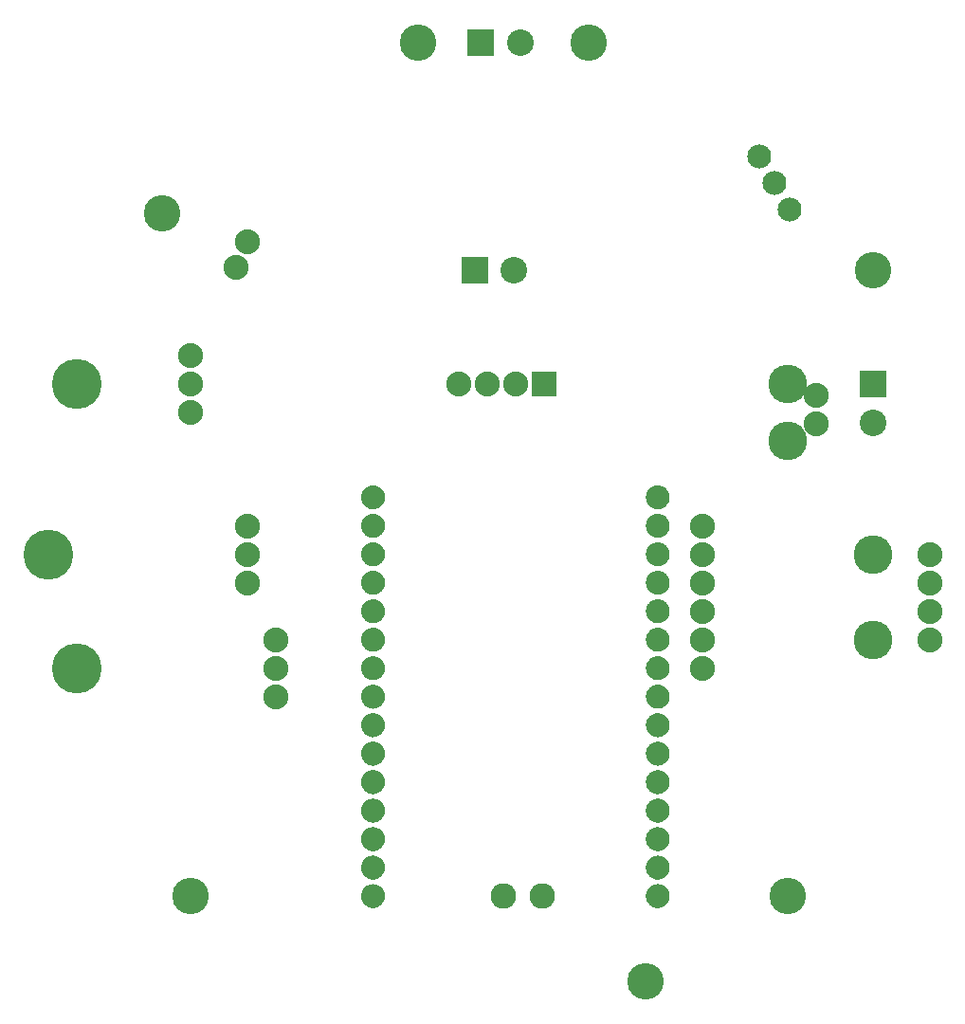
<source format=gts>
G04 MADE WITH FRITZING*
G04 WWW.FRITZING.ORG*
G04 DOUBLE SIDED*
G04 HOLES PLATED*
G04 CONTOUR ON CENTER OF CONTOUR VECTOR*
%ASAXBY*%
%FSLAX23Y23*%
%MOIN*%
%OFA0B0*%
%SFA1.0B1.0*%
%ADD10C,0.088000*%
%ADD11C,0.093307*%
%ADD12C,0.090000*%
%ADD13C,0.084000*%
%ADD14C,0.128110*%
%ADD15C,0.175354*%
%ADD16C,0.135984*%
%ADD17R,0.087986X0.087944*%
%ADD18R,0.093307X0.093307*%
%ADD19C,0.030000*%
%ADD20R,0.001000X0.001000*%
%LNMASK1*%
G90*
G70*
G54D10*
X1895Y2359D03*
X1794Y2359D03*
X1694Y2359D03*
X1594Y2359D03*
X2450Y1859D03*
X2450Y1759D03*
X2450Y1659D03*
X2450Y1559D03*
X2450Y1459D03*
X2450Y1359D03*
G54D11*
X1650Y2759D03*
X1788Y2759D03*
X1650Y2759D03*
X1788Y2759D03*
X1672Y3559D03*
X1810Y3559D03*
G54D12*
X1750Y559D03*
X1888Y559D03*
X1750Y559D03*
X1888Y559D03*
G54D13*
X2650Y3159D03*
X2704Y3067D03*
X2758Y2974D03*
X2650Y3159D03*
X2704Y3067D03*
X2758Y2974D03*
G54D10*
X3250Y1759D03*
X3250Y1659D03*
X3250Y1559D03*
X3250Y1459D03*
X3250Y1759D03*
X3250Y1659D03*
X3250Y1559D03*
X3250Y1459D03*
X650Y2459D03*
X650Y2359D03*
X650Y2259D03*
X650Y2459D03*
X650Y2359D03*
X650Y2259D03*
X850Y1859D03*
X850Y1759D03*
X850Y1659D03*
X2850Y2318D03*
X2850Y2218D03*
X850Y2859D03*
X810Y2768D03*
X950Y1459D03*
X950Y1359D03*
X950Y1259D03*
G54D14*
X650Y559D03*
X3050Y2759D03*
X550Y2959D03*
X2750Y559D03*
G54D15*
X250Y1359D03*
X150Y1759D03*
X250Y2359D03*
G54D14*
X1450Y3559D03*
X2250Y259D03*
G54D16*
X3050Y1759D03*
X3050Y1459D03*
X2750Y2159D03*
X2750Y2359D03*
G54D14*
X2050Y3559D03*
G54D11*
X3050Y2359D03*
X3050Y2221D03*
G54D17*
X1895Y2359D03*
G54D18*
X1650Y2759D03*
X1650Y2759D03*
X1672Y3559D03*
X3050Y2359D03*
G54D19*
G36*
X1720Y589D02*
X1780Y589D01*
X1780Y529D01*
X1720Y529D01*
X1720Y589D01*
G37*
D02*
G36*
X1720Y589D02*
X1780Y589D01*
X1780Y529D01*
X1720Y529D01*
X1720Y589D01*
G37*
D02*
G54D20*
X1286Y2002D02*
X1301Y2002D01*
X2287Y2002D02*
X2302Y2002D01*
X1282Y2001D02*
X1305Y2001D01*
X2283Y2001D02*
X2306Y2001D01*
X1279Y2000D02*
X1308Y2000D01*
X2280Y2000D02*
X2309Y2000D01*
X1276Y1999D02*
X1310Y1999D01*
X2278Y1999D02*
X2312Y1999D01*
X1274Y1998D02*
X1312Y1998D01*
X2276Y1998D02*
X2314Y1998D01*
X1273Y1997D02*
X1314Y1997D01*
X2274Y1997D02*
X2315Y1997D01*
X1271Y1996D02*
X1316Y1996D01*
X2272Y1996D02*
X2317Y1996D01*
X1270Y1995D02*
X1317Y1995D01*
X2271Y1995D02*
X2318Y1995D01*
X1268Y1994D02*
X1318Y1994D01*
X2269Y1994D02*
X2320Y1994D01*
X1267Y1993D02*
X1320Y1993D01*
X2268Y1993D02*
X2321Y1993D01*
X1266Y1992D02*
X1321Y1992D01*
X2267Y1992D02*
X2322Y1992D01*
X1265Y1991D02*
X1322Y1991D01*
X2266Y1991D02*
X2323Y1991D01*
X1264Y1990D02*
X1323Y1990D01*
X2265Y1990D02*
X2324Y1990D01*
X1263Y1989D02*
X1324Y1989D01*
X2264Y1989D02*
X2325Y1989D01*
X1262Y1988D02*
X1325Y1988D01*
X2263Y1988D02*
X2326Y1988D01*
X1261Y1987D02*
X1326Y1987D01*
X2262Y1987D02*
X2327Y1987D01*
X1260Y1986D02*
X1326Y1986D01*
X2262Y1986D02*
X2328Y1986D01*
X1260Y1985D02*
X1327Y1985D01*
X2261Y1985D02*
X2328Y1985D01*
X1259Y1984D02*
X1328Y1984D01*
X2260Y1984D02*
X2329Y1984D01*
X1258Y1983D02*
X1328Y1983D01*
X2259Y1983D02*
X2330Y1983D01*
X1258Y1982D02*
X1329Y1982D01*
X2259Y1982D02*
X2330Y1982D01*
X1257Y1981D02*
X1330Y1981D01*
X2258Y1981D02*
X2331Y1981D01*
X1256Y1980D02*
X1330Y1980D01*
X2258Y1980D02*
X2331Y1980D01*
X1256Y1979D02*
X1331Y1979D01*
X2257Y1979D02*
X2332Y1979D01*
X1255Y1978D02*
X1331Y1978D01*
X2257Y1978D02*
X2332Y1978D01*
X1255Y1977D02*
X1332Y1977D01*
X2256Y1977D02*
X2333Y1977D01*
X1255Y1976D02*
X1332Y1976D01*
X2256Y1976D02*
X2333Y1976D01*
X1254Y1975D02*
X1332Y1975D01*
X2256Y1975D02*
X2334Y1975D01*
X1254Y1974D02*
X1333Y1974D01*
X2255Y1974D02*
X2334Y1974D01*
X1254Y1973D02*
X1333Y1973D01*
X2255Y1973D02*
X2334Y1973D01*
X1253Y1972D02*
X1333Y1972D01*
X2255Y1972D02*
X2335Y1972D01*
X1253Y1971D02*
X1333Y1971D01*
X2254Y1971D02*
X2335Y1971D01*
X1253Y1970D02*
X1334Y1970D01*
X2254Y1970D02*
X2335Y1970D01*
X1253Y1969D02*
X1334Y1969D01*
X2254Y1969D02*
X2335Y1969D01*
X1252Y1968D02*
X1334Y1968D01*
X2254Y1968D02*
X2335Y1968D01*
X1252Y1967D02*
X1334Y1967D01*
X2254Y1967D02*
X2336Y1967D01*
X1252Y1966D02*
X1334Y1966D01*
X2253Y1966D02*
X2336Y1966D01*
X1252Y1965D02*
X1335Y1965D01*
X2253Y1965D02*
X2336Y1965D01*
X1252Y1964D02*
X1335Y1964D01*
X2253Y1964D02*
X2336Y1964D01*
X1252Y1963D02*
X1335Y1963D01*
X2253Y1963D02*
X2336Y1963D01*
X1252Y1962D02*
X1335Y1962D01*
X2253Y1962D02*
X2336Y1962D01*
X1252Y1961D02*
X1335Y1961D01*
X2253Y1961D02*
X2336Y1961D01*
X1252Y1960D02*
X1335Y1960D01*
X2253Y1960D02*
X2336Y1960D01*
X1252Y1959D02*
X1335Y1959D01*
X2253Y1959D02*
X2336Y1959D01*
X1252Y1958D02*
X1335Y1958D01*
X2253Y1958D02*
X2336Y1958D01*
X1252Y1957D02*
X1335Y1957D01*
X2253Y1957D02*
X2336Y1957D01*
X1252Y1956D02*
X1334Y1956D01*
X2253Y1956D02*
X2336Y1956D01*
X1252Y1955D02*
X1334Y1955D01*
X2254Y1955D02*
X2336Y1955D01*
X1252Y1954D02*
X1334Y1954D01*
X2254Y1954D02*
X2335Y1954D01*
X1253Y1953D02*
X1334Y1953D01*
X2254Y1953D02*
X2335Y1953D01*
X1253Y1952D02*
X1334Y1952D01*
X2254Y1952D02*
X2335Y1952D01*
X1253Y1951D02*
X1334Y1951D01*
X2254Y1951D02*
X2335Y1951D01*
X1253Y1950D02*
X1333Y1950D01*
X2255Y1950D02*
X2335Y1950D01*
X1254Y1949D02*
X1333Y1949D01*
X2255Y1949D02*
X2334Y1949D01*
X1254Y1948D02*
X1333Y1948D01*
X2255Y1948D02*
X2334Y1948D01*
X1254Y1947D02*
X1332Y1947D01*
X2255Y1947D02*
X2334Y1947D01*
X1254Y1946D02*
X1332Y1946D01*
X2256Y1946D02*
X2333Y1946D01*
X1255Y1945D02*
X1332Y1945D01*
X2256Y1945D02*
X2333Y1945D01*
X1255Y1944D02*
X1331Y1944D01*
X2257Y1944D02*
X2333Y1944D01*
X1256Y1943D02*
X1331Y1943D01*
X2257Y1943D02*
X2332Y1943D01*
X1256Y1942D02*
X1330Y1942D01*
X2258Y1942D02*
X2332Y1942D01*
X1257Y1941D02*
X1330Y1941D01*
X2258Y1941D02*
X2331Y1941D01*
X1257Y1940D02*
X1329Y1940D01*
X2259Y1940D02*
X2331Y1940D01*
X1258Y1939D02*
X1329Y1939D01*
X2259Y1939D02*
X2330Y1939D01*
X1259Y1938D02*
X1328Y1938D01*
X2260Y1938D02*
X2329Y1938D01*
X1259Y1937D02*
X1327Y1937D01*
X2261Y1937D02*
X2329Y1937D01*
X1260Y1936D02*
X1327Y1936D01*
X2261Y1936D02*
X2328Y1936D01*
X1261Y1935D02*
X1326Y1935D01*
X2262Y1935D02*
X2327Y1935D01*
X1261Y1934D02*
X1325Y1934D01*
X2263Y1934D02*
X2326Y1934D01*
X1262Y1933D02*
X1324Y1933D01*
X2264Y1933D02*
X2326Y1933D01*
X1263Y1932D02*
X1323Y1932D01*
X2265Y1932D02*
X2325Y1932D01*
X1264Y1931D02*
X1322Y1931D01*
X2265Y1931D02*
X2324Y1931D01*
X1265Y1930D02*
X1321Y1930D01*
X2267Y1930D02*
X2323Y1930D01*
X1266Y1929D02*
X1320Y1929D01*
X2268Y1929D02*
X2322Y1929D01*
X1268Y1928D02*
X1319Y1928D01*
X2269Y1928D02*
X2320Y1928D01*
X1269Y1927D02*
X1318Y1927D01*
X2270Y1927D02*
X2319Y1927D01*
X1270Y1926D02*
X1316Y1926D01*
X2272Y1926D02*
X2318Y1926D01*
X1272Y1925D02*
X1315Y1925D01*
X2273Y1925D02*
X2316Y1925D01*
X1274Y1924D02*
X1313Y1924D01*
X2275Y1924D02*
X2314Y1924D01*
X1275Y1923D02*
X1311Y1923D01*
X2277Y1923D02*
X2312Y1923D01*
X1278Y1922D02*
X1309Y1922D01*
X2279Y1922D02*
X2310Y1922D01*
X1280Y1921D02*
X1306Y1921D01*
X2282Y1921D02*
X2307Y1921D01*
X1284Y1920D02*
X1303Y1920D01*
X2285Y1920D02*
X2304Y1920D01*
X1290Y1919D02*
X1297Y1919D01*
X2291Y1919D02*
X2298Y1919D01*
X1287Y1902D02*
X1300Y1902D01*
X2288Y1902D02*
X2301Y1902D01*
X1282Y1901D02*
X1304Y1901D01*
X2283Y1901D02*
X2306Y1901D01*
X1279Y1900D02*
X1308Y1900D01*
X2280Y1900D02*
X2309Y1900D01*
X1277Y1899D02*
X1310Y1899D01*
X2278Y1899D02*
X2311Y1899D01*
X1275Y1898D02*
X1312Y1898D01*
X2276Y1898D02*
X2313Y1898D01*
X1273Y1897D02*
X1314Y1897D01*
X2274Y1897D02*
X2315Y1897D01*
X1271Y1896D02*
X1315Y1896D01*
X2272Y1896D02*
X2317Y1896D01*
X1270Y1895D02*
X1317Y1895D01*
X2271Y1895D02*
X2318Y1895D01*
X1268Y1894D02*
X1318Y1894D01*
X2270Y1894D02*
X2320Y1894D01*
X1267Y1893D02*
X1320Y1893D01*
X2268Y1893D02*
X2321Y1893D01*
X1266Y1892D02*
X1321Y1892D01*
X2267Y1892D02*
X2322Y1892D01*
X1265Y1891D02*
X1322Y1891D01*
X2266Y1891D02*
X2323Y1891D01*
X1264Y1890D02*
X1323Y1890D01*
X2265Y1890D02*
X2324Y1890D01*
X1263Y1889D02*
X1324Y1889D01*
X2264Y1889D02*
X2325Y1889D01*
X1262Y1888D02*
X1325Y1888D01*
X2263Y1888D02*
X2326Y1888D01*
X1261Y1887D02*
X1326Y1887D01*
X2262Y1887D02*
X2327Y1887D01*
X1260Y1886D02*
X1326Y1886D01*
X2262Y1886D02*
X2328Y1886D01*
X1260Y1885D02*
X1327Y1885D01*
X2261Y1885D02*
X2328Y1885D01*
X1259Y1884D02*
X1328Y1884D01*
X2260Y1884D02*
X2329Y1884D01*
X1258Y1883D02*
X1328Y1883D01*
X2260Y1883D02*
X2330Y1883D01*
X1258Y1882D02*
X1329Y1882D01*
X2259Y1882D02*
X2330Y1882D01*
X1257Y1881D02*
X1330Y1881D01*
X2258Y1881D02*
X2331Y1881D01*
X1257Y1880D02*
X1330Y1880D01*
X2258Y1880D02*
X2331Y1880D01*
X1256Y1879D02*
X1331Y1879D01*
X2257Y1879D02*
X2332Y1879D01*
X1256Y1878D02*
X1331Y1878D01*
X2257Y1878D02*
X2332Y1878D01*
X1255Y1877D02*
X1332Y1877D01*
X2256Y1877D02*
X2333Y1877D01*
X1255Y1876D02*
X1332Y1876D01*
X2256Y1876D02*
X2333Y1876D01*
X1254Y1875D02*
X1332Y1875D01*
X2256Y1875D02*
X2334Y1875D01*
X1254Y1874D02*
X1333Y1874D01*
X2255Y1874D02*
X2334Y1874D01*
X1254Y1873D02*
X1333Y1873D01*
X2255Y1873D02*
X2334Y1873D01*
X1253Y1872D02*
X1333Y1872D01*
X2255Y1872D02*
X2334Y1872D01*
X1253Y1871D02*
X1333Y1871D01*
X2254Y1871D02*
X2335Y1871D01*
X1253Y1870D02*
X1334Y1870D01*
X2254Y1870D02*
X2335Y1870D01*
X1253Y1869D02*
X1334Y1869D01*
X2254Y1869D02*
X2335Y1869D01*
X1252Y1868D02*
X1334Y1868D01*
X2254Y1868D02*
X2335Y1868D01*
X1252Y1867D02*
X1334Y1867D01*
X2254Y1867D02*
X2336Y1867D01*
X1252Y1866D02*
X1334Y1866D01*
X2253Y1866D02*
X2336Y1866D01*
X1252Y1865D02*
X1335Y1865D01*
X2253Y1865D02*
X2336Y1865D01*
X1252Y1864D02*
X1335Y1864D01*
X2253Y1864D02*
X2336Y1864D01*
X1252Y1863D02*
X1335Y1863D01*
X2253Y1863D02*
X2336Y1863D01*
X1252Y1862D02*
X1335Y1862D01*
X2253Y1862D02*
X2336Y1862D01*
X1252Y1861D02*
X1335Y1861D01*
X2253Y1861D02*
X2336Y1861D01*
X1252Y1860D02*
X1335Y1860D01*
X2253Y1860D02*
X2336Y1860D01*
X1252Y1859D02*
X1335Y1859D01*
X2253Y1859D02*
X2336Y1859D01*
X1252Y1858D02*
X1335Y1858D01*
X2253Y1858D02*
X2336Y1858D01*
X1252Y1857D02*
X1335Y1857D01*
X2253Y1857D02*
X2336Y1857D01*
X1252Y1856D02*
X1335Y1856D01*
X2253Y1856D02*
X2336Y1856D01*
X1252Y1855D02*
X1334Y1855D01*
X2254Y1855D02*
X2336Y1855D01*
X1252Y1854D02*
X1334Y1854D01*
X2254Y1854D02*
X2335Y1854D01*
X1253Y1853D02*
X1334Y1853D01*
X2254Y1853D02*
X2335Y1853D01*
X1253Y1852D02*
X1334Y1852D01*
X2254Y1852D02*
X2335Y1852D01*
X1253Y1851D02*
X1334Y1851D01*
X2254Y1851D02*
X2335Y1851D01*
X1253Y1850D02*
X1333Y1850D01*
X2255Y1850D02*
X2335Y1850D01*
X1253Y1849D02*
X1333Y1849D01*
X2255Y1849D02*
X2334Y1849D01*
X1254Y1848D02*
X1333Y1848D01*
X2255Y1848D02*
X2334Y1848D01*
X1254Y1847D02*
X1332Y1847D01*
X2255Y1847D02*
X2334Y1847D01*
X1254Y1846D02*
X1332Y1846D01*
X2256Y1846D02*
X2333Y1846D01*
X1255Y1845D02*
X1332Y1845D01*
X2256Y1845D02*
X2333Y1845D01*
X1255Y1844D02*
X1331Y1844D01*
X2256Y1844D02*
X2333Y1844D01*
X1256Y1843D02*
X1331Y1843D01*
X2257Y1843D02*
X2332Y1843D01*
X1256Y1842D02*
X1330Y1842D01*
X2257Y1842D02*
X2332Y1842D01*
X1257Y1841D02*
X1330Y1841D01*
X2258Y1841D02*
X2331Y1841D01*
X1257Y1840D02*
X1329Y1840D01*
X2259Y1840D02*
X2331Y1840D01*
X1258Y1839D02*
X1329Y1839D01*
X2259Y1839D02*
X2330Y1839D01*
X1259Y1838D02*
X1328Y1838D01*
X2260Y1838D02*
X2329Y1838D01*
X1259Y1837D02*
X1327Y1837D01*
X2260Y1837D02*
X2329Y1837D01*
X1260Y1836D02*
X1327Y1836D01*
X2261Y1836D02*
X2328Y1836D01*
X1261Y1835D02*
X1326Y1835D01*
X2262Y1835D02*
X2327Y1835D01*
X1261Y1834D02*
X1325Y1834D01*
X2263Y1834D02*
X2327Y1834D01*
X1262Y1833D02*
X1324Y1833D01*
X2264Y1833D02*
X2326Y1833D01*
X1263Y1832D02*
X1323Y1832D01*
X2264Y1832D02*
X2325Y1832D01*
X1264Y1831D02*
X1323Y1831D01*
X2265Y1831D02*
X2324Y1831D01*
X1265Y1830D02*
X1321Y1830D01*
X2266Y1830D02*
X2323Y1830D01*
X1266Y1829D02*
X1320Y1829D01*
X2268Y1829D02*
X2322Y1829D01*
X1267Y1828D02*
X1319Y1828D01*
X2269Y1828D02*
X2320Y1828D01*
X1269Y1827D02*
X1318Y1827D01*
X2270Y1827D02*
X2319Y1827D01*
X1270Y1826D02*
X1316Y1826D01*
X2271Y1826D02*
X2318Y1826D01*
X1272Y1825D02*
X1315Y1825D01*
X2273Y1825D02*
X2316Y1825D01*
X1273Y1824D02*
X1313Y1824D01*
X2275Y1824D02*
X2315Y1824D01*
X1275Y1823D02*
X1311Y1823D01*
X2277Y1823D02*
X2313Y1823D01*
X1277Y1822D02*
X1309Y1822D01*
X2279Y1822D02*
X2311Y1822D01*
X1280Y1821D02*
X1307Y1821D01*
X2281Y1821D02*
X2308Y1821D01*
X1284Y1820D02*
X1303Y1820D01*
X2285Y1820D02*
X2304Y1820D01*
X1289Y1819D02*
X1298Y1819D01*
X2290Y1819D02*
X2299Y1819D01*
X1287Y1802D02*
X1299Y1802D01*
X2289Y1802D02*
X2301Y1802D01*
X1283Y1801D02*
X1304Y1801D01*
X2284Y1801D02*
X2305Y1801D01*
X1279Y1800D02*
X1307Y1800D01*
X2281Y1800D02*
X2308Y1800D01*
X1277Y1799D02*
X1310Y1799D01*
X2278Y1799D02*
X2311Y1799D01*
X1275Y1798D02*
X1312Y1798D01*
X2276Y1798D02*
X2313Y1798D01*
X1273Y1797D02*
X1314Y1797D01*
X2274Y1797D02*
X2315Y1797D01*
X1271Y1796D02*
X1315Y1796D01*
X2273Y1796D02*
X2317Y1796D01*
X1270Y1795D02*
X1317Y1795D01*
X2271Y1795D02*
X2318Y1795D01*
X1268Y1794D02*
X1318Y1794D01*
X2270Y1794D02*
X2319Y1794D01*
X1267Y1793D02*
X1319Y1793D01*
X2268Y1793D02*
X2321Y1793D01*
X1266Y1792D02*
X1321Y1792D01*
X2267Y1792D02*
X2322Y1792D01*
X1265Y1791D02*
X1322Y1791D01*
X2266Y1791D02*
X2323Y1791D01*
X1264Y1790D02*
X1323Y1790D01*
X2265Y1790D02*
X2324Y1790D01*
X1263Y1789D02*
X1324Y1789D01*
X2264Y1789D02*
X2325Y1789D01*
X1262Y1788D02*
X1325Y1788D01*
X2263Y1788D02*
X2326Y1788D01*
X1261Y1787D02*
X1325Y1787D01*
X2262Y1787D02*
X2327Y1787D01*
X1260Y1786D02*
X1326Y1786D01*
X2262Y1786D02*
X2327Y1786D01*
X1260Y1785D02*
X1327Y1785D01*
X2261Y1785D02*
X2328Y1785D01*
X1259Y1784D02*
X1328Y1784D01*
X2260Y1784D02*
X2329Y1784D01*
X1258Y1783D02*
X1328Y1783D01*
X2260Y1783D02*
X2330Y1783D01*
X1258Y1782D02*
X1329Y1782D01*
X2259Y1782D02*
X2330Y1782D01*
X1257Y1781D02*
X1329Y1781D01*
X2258Y1781D02*
X2331Y1781D01*
X1257Y1780D02*
X1330Y1780D01*
X2258Y1780D02*
X2331Y1780D01*
X1256Y1779D02*
X1331Y1779D01*
X2257Y1779D02*
X2332Y1779D01*
X1256Y1778D02*
X1331Y1778D01*
X2257Y1778D02*
X2332Y1778D01*
X1255Y1777D02*
X1331Y1777D01*
X2256Y1777D02*
X2333Y1777D01*
X1255Y1776D02*
X1332Y1776D01*
X2256Y1776D02*
X2333Y1776D01*
X1254Y1775D02*
X1332Y1775D01*
X2256Y1775D02*
X2334Y1775D01*
X1254Y1774D02*
X1333Y1774D01*
X2255Y1774D02*
X2334Y1774D01*
X1254Y1773D02*
X1333Y1773D01*
X2255Y1773D02*
X2334Y1773D01*
X1253Y1772D02*
X1333Y1772D01*
X2255Y1772D02*
X2334Y1772D01*
X1253Y1771D02*
X1333Y1771D01*
X2254Y1771D02*
X2335Y1771D01*
X1253Y1770D02*
X1334Y1770D01*
X2254Y1770D02*
X2335Y1770D01*
X1253Y1769D02*
X1334Y1769D01*
X2254Y1769D02*
X2335Y1769D01*
X1253Y1768D02*
X1334Y1768D01*
X2254Y1768D02*
X2335Y1768D01*
X1252Y1767D02*
X1334Y1767D01*
X2254Y1767D02*
X2336Y1767D01*
X1252Y1766D02*
X1334Y1766D01*
X2253Y1766D02*
X2336Y1766D01*
X1252Y1765D02*
X1335Y1765D01*
X2253Y1765D02*
X2336Y1765D01*
X1252Y1764D02*
X1335Y1764D01*
X2253Y1764D02*
X2336Y1764D01*
X1252Y1763D02*
X1335Y1763D01*
X2253Y1763D02*
X2336Y1763D01*
X1252Y1762D02*
X1335Y1762D01*
X2253Y1762D02*
X2336Y1762D01*
X1252Y1761D02*
X1335Y1761D01*
X2253Y1761D02*
X2336Y1761D01*
X1252Y1760D02*
X1335Y1760D01*
X2253Y1760D02*
X2336Y1760D01*
X1252Y1759D02*
X1335Y1759D01*
X2253Y1759D02*
X2336Y1759D01*
X1252Y1758D02*
X1335Y1758D01*
X2253Y1758D02*
X2336Y1758D01*
X1252Y1757D02*
X1335Y1757D01*
X2253Y1757D02*
X2336Y1757D01*
X1252Y1756D02*
X1335Y1756D01*
X2253Y1756D02*
X2336Y1756D01*
X1252Y1755D02*
X1334Y1755D01*
X2253Y1755D02*
X2336Y1755D01*
X1252Y1754D02*
X1334Y1754D01*
X2254Y1754D02*
X2336Y1754D01*
X1253Y1753D02*
X1334Y1753D01*
X2254Y1753D02*
X2335Y1753D01*
X1253Y1752D02*
X1334Y1752D01*
X2254Y1752D02*
X2335Y1752D01*
X1253Y1751D02*
X1334Y1751D01*
X2254Y1751D02*
X2335Y1751D01*
X1253Y1750D02*
X1333Y1750D01*
X2254Y1750D02*
X2335Y1750D01*
X1253Y1749D02*
X1333Y1749D01*
X2255Y1749D02*
X2334Y1749D01*
X1254Y1748D02*
X1333Y1748D01*
X2255Y1748D02*
X2334Y1748D01*
X1254Y1747D02*
X1333Y1747D01*
X2255Y1747D02*
X2334Y1747D01*
X1254Y1746D02*
X1332Y1746D01*
X2256Y1746D02*
X2333Y1746D01*
X1255Y1745D02*
X1332Y1745D01*
X2256Y1745D02*
X2333Y1745D01*
X1255Y1744D02*
X1331Y1744D01*
X2256Y1744D02*
X2333Y1744D01*
X1256Y1743D02*
X1331Y1743D01*
X2257Y1743D02*
X2332Y1743D01*
X1256Y1742D02*
X1330Y1742D01*
X2257Y1742D02*
X2332Y1742D01*
X1257Y1741D02*
X1330Y1741D01*
X2258Y1741D02*
X2331Y1741D01*
X1257Y1740D02*
X1329Y1740D01*
X2258Y1740D02*
X2331Y1740D01*
X1258Y1739D02*
X1329Y1739D01*
X2259Y1739D02*
X2330Y1739D01*
X1258Y1738D02*
X1328Y1738D01*
X2260Y1738D02*
X2329Y1738D01*
X1259Y1737D02*
X1328Y1737D01*
X2260Y1737D02*
X2329Y1737D01*
X1260Y1736D02*
X1327Y1736D01*
X2261Y1736D02*
X2328Y1736D01*
X1261Y1735D02*
X1326Y1735D01*
X2262Y1735D02*
X2327Y1735D01*
X1261Y1734D02*
X1325Y1734D01*
X2263Y1734D02*
X2327Y1734D01*
X1262Y1733D02*
X1324Y1733D01*
X2263Y1733D02*
X2326Y1733D01*
X1263Y1732D02*
X1324Y1732D01*
X2264Y1732D02*
X2325Y1732D01*
X1264Y1731D02*
X1323Y1731D01*
X2265Y1731D02*
X2324Y1731D01*
X1265Y1730D02*
X1322Y1730D01*
X2266Y1730D02*
X2323Y1730D01*
X1266Y1729D02*
X1320Y1729D01*
X2267Y1729D02*
X2322Y1729D01*
X1267Y1728D02*
X1319Y1728D01*
X2269Y1728D02*
X2321Y1728D01*
X1269Y1727D02*
X1318Y1727D01*
X2270Y1727D02*
X2319Y1727D01*
X1270Y1726D02*
X1317Y1726D01*
X2271Y1726D02*
X2318Y1726D01*
X1272Y1725D02*
X1315Y1725D01*
X2273Y1725D02*
X2316Y1725D01*
X1273Y1724D02*
X1313Y1724D01*
X2274Y1724D02*
X2315Y1724D01*
X1275Y1723D02*
X1312Y1723D01*
X2276Y1723D02*
X2313Y1723D01*
X1277Y1722D02*
X1310Y1722D01*
X2278Y1722D02*
X2311Y1722D01*
X1280Y1721D02*
X1307Y1721D01*
X2281Y1721D02*
X2308Y1721D01*
X1283Y1720D02*
X1304Y1720D01*
X2284Y1720D02*
X2305Y1720D01*
X1288Y1719D02*
X1298Y1719D01*
X2289Y1719D02*
X2300Y1719D01*
X1288Y1702D02*
X1298Y1702D01*
X2289Y1702D02*
X2300Y1702D01*
X1283Y1701D02*
X1303Y1701D01*
X2284Y1701D02*
X2305Y1701D01*
X1280Y1700D02*
X1307Y1700D01*
X2281Y1700D02*
X2308Y1700D01*
X1277Y1699D02*
X1310Y1699D01*
X2278Y1699D02*
X2311Y1699D01*
X1275Y1698D02*
X1312Y1698D01*
X2276Y1698D02*
X2313Y1698D01*
X1273Y1697D02*
X1313Y1697D01*
X2274Y1697D02*
X2315Y1697D01*
X1272Y1696D02*
X1315Y1696D01*
X2273Y1696D02*
X2316Y1696D01*
X1270Y1695D02*
X1317Y1695D01*
X2271Y1695D02*
X2318Y1695D01*
X1269Y1694D02*
X1318Y1694D01*
X2270Y1694D02*
X2319Y1694D01*
X1267Y1693D02*
X1319Y1693D01*
X2269Y1693D02*
X2321Y1693D01*
X1266Y1692D02*
X1320Y1692D01*
X2267Y1692D02*
X2322Y1692D01*
X1265Y1691D02*
X1322Y1691D01*
X2266Y1691D02*
X2323Y1691D01*
X1264Y1690D02*
X1323Y1690D01*
X2265Y1690D02*
X2324Y1690D01*
X1263Y1689D02*
X1324Y1689D01*
X2264Y1689D02*
X2325Y1689D01*
X1262Y1688D02*
X1324Y1688D01*
X2263Y1688D02*
X2326Y1688D01*
X1261Y1687D02*
X1325Y1687D01*
X2263Y1687D02*
X2327Y1687D01*
X1261Y1686D02*
X1326Y1686D01*
X2262Y1686D02*
X2327Y1686D01*
X1260Y1685D02*
X1327Y1685D01*
X2261Y1685D02*
X2328Y1685D01*
X1259Y1684D02*
X1328Y1684D01*
X2260Y1684D02*
X2329Y1684D01*
X1258Y1683D02*
X1328Y1683D01*
X2260Y1683D02*
X2329Y1683D01*
X1258Y1682D02*
X1329Y1682D01*
X2259Y1682D02*
X2330Y1682D01*
X1257Y1681D02*
X1329Y1681D01*
X2258Y1681D02*
X2331Y1681D01*
X1257Y1680D02*
X1330Y1680D01*
X2258Y1680D02*
X2331Y1680D01*
X1256Y1679D02*
X1330Y1679D01*
X2257Y1679D02*
X2332Y1679D01*
X1256Y1678D02*
X1331Y1678D01*
X2257Y1678D02*
X2332Y1678D01*
X1255Y1677D02*
X1331Y1677D01*
X2256Y1677D02*
X2333Y1677D01*
X1255Y1676D02*
X1332Y1676D01*
X2256Y1676D02*
X2333Y1676D01*
X1254Y1675D02*
X1332Y1675D01*
X2256Y1675D02*
X2333Y1675D01*
X1254Y1674D02*
X1333Y1674D01*
X2255Y1674D02*
X2334Y1674D01*
X1254Y1673D02*
X1333Y1673D01*
X2255Y1673D02*
X2334Y1673D01*
X1253Y1672D02*
X1333Y1672D01*
X2255Y1672D02*
X2334Y1672D01*
X1253Y1671D02*
X1333Y1671D01*
X2254Y1671D02*
X2335Y1671D01*
X1253Y1670D02*
X1334Y1670D01*
X2254Y1670D02*
X2335Y1670D01*
X1253Y1669D02*
X1334Y1669D01*
X2254Y1669D02*
X2335Y1669D01*
X1253Y1668D02*
X1334Y1668D01*
X2254Y1668D02*
X2335Y1668D01*
X1252Y1667D02*
X1334Y1667D01*
X2254Y1667D02*
X2336Y1667D01*
X1252Y1666D02*
X1334Y1666D01*
X2253Y1666D02*
X2336Y1666D01*
X1252Y1665D02*
X1335Y1665D01*
X2253Y1665D02*
X2336Y1665D01*
X1252Y1664D02*
X1335Y1664D01*
X2253Y1664D02*
X2336Y1664D01*
X1252Y1663D02*
X1335Y1663D01*
X2253Y1663D02*
X2336Y1663D01*
X1252Y1662D02*
X1335Y1662D01*
X2253Y1662D02*
X2336Y1662D01*
X1252Y1661D02*
X1335Y1661D01*
X2253Y1661D02*
X2336Y1661D01*
X1252Y1660D02*
X1335Y1660D01*
X2253Y1660D02*
X2336Y1660D01*
X1252Y1659D02*
X1335Y1659D01*
X2253Y1659D02*
X2336Y1659D01*
X1252Y1658D02*
X1335Y1658D01*
X2253Y1658D02*
X2336Y1658D01*
X1252Y1657D02*
X1335Y1657D01*
X2253Y1657D02*
X2336Y1657D01*
X1252Y1656D02*
X1335Y1656D01*
X2253Y1656D02*
X2336Y1656D01*
X1252Y1655D02*
X1334Y1655D01*
X2253Y1655D02*
X2336Y1655D01*
X1252Y1654D02*
X1334Y1654D01*
X2254Y1654D02*
X2336Y1654D01*
X1253Y1653D02*
X1334Y1653D01*
X2254Y1653D02*
X2335Y1653D01*
X1253Y1652D02*
X1334Y1652D01*
X2254Y1652D02*
X2335Y1652D01*
X1253Y1651D02*
X1334Y1651D01*
X2254Y1651D02*
X2335Y1651D01*
X1253Y1650D02*
X1333Y1650D01*
X2254Y1650D02*
X2335Y1650D01*
X1253Y1649D02*
X1333Y1649D01*
X2255Y1649D02*
X2334Y1649D01*
X1254Y1648D02*
X1333Y1648D01*
X2255Y1648D02*
X2334Y1648D01*
X1254Y1647D02*
X1333Y1647D01*
X2255Y1647D02*
X2334Y1647D01*
X1254Y1646D02*
X1332Y1646D01*
X2256Y1646D02*
X2334Y1646D01*
X1255Y1645D02*
X1332Y1645D01*
X2256Y1645D02*
X2333Y1645D01*
X1255Y1644D02*
X1331Y1644D01*
X2256Y1644D02*
X2333Y1644D01*
X1256Y1643D02*
X1331Y1643D01*
X2257Y1643D02*
X2332Y1643D01*
X1256Y1642D02*
X1331Y1642D01*
X2257Y1642D02*
X2332Y1642D01*
X1257Y1641D02*
X1330Y1641D01*
X2258Y1641D02*
X2331Y1641D01*
X1257Y1640D02*
X1329Y1640D01*
X2258Y1640D02*
X2331Y1640D01*
X1258Y1639D02*
X1329Y1639D01*
X2259Y1639D02*
X2330Y1639D01*
X1258Y1638D02*
X1328Y1638D01*
X2260Y1638D02*
X2330Y1638D01*
X1259Y1637D02*
X1328Y1637D01*
X2260Y1637D02*
X2329Y1637D01*
X1260Y1636D02*
X1327Y1636D01*
X2261Y1636D02*
X2328Y1636D01*
X1260Y1635D02*
X1326Y1635D01*
X2262Y1635D02*
X2327Y1635D01*
X1261Y1634D02*
X1325Y1634D01*
X2262Y1634D02*
X2327Y1634D01*
X1262Y1633D02*
X1325Y1633D01*
X2263Y1633D02*
X2326Y1633D01*
X1263Y1632D02*
X1324Y1632D01*
X2264Y1632D02*
X2325Y1632D01*
X1264Y1631D02*
X1323Y1631D01*
X2265Y1631D02*
X2324Y1631D01*
X1265Y1630D02*
X1322Y1630D01*
X2266Y1630D02*
X2323Y1630D01*
X1266Y1629D02*
X1321Y1629D01*
X2267Y1629D02*
X2322Y1629D01*
X1267Y1628D02*
X1319Y1628D01*
X2268Y1628D02*
X2321Y1628D01*
X1268Y1627D02*
X1318Y1627D01*
X2270Y1627D02*
X2319Y1627D01*
X1270Y1626D02*
X1317Y1626D01*
X2271Y1626D02*
X2318Y1626D01*
X1271Y1625D02*
X1315Y1625D01*
X2273Y1625D02*
X2317Y1625D01*
X1273Y1624D02*
X1314Y1624D01*
X2274Y1624D02*
X2315Y1624D01*
X1275Y1623D02*
X1312Y1623D01*
X2276Y1623D02*
X2313Y1623D01*
X1277Y1622D02*
X1310Y1622D01*
X2278Y1622D02*
X2311Y1622D01*
X1279Y1621D02*
X1307Y1621D01*
X2281Y1621D02*
X2308Y1621D01*
X1283Y1620D02*
X1304Y1620D01*
X2284Y1620D02*
X2305Y1620D01*
X1287Y1619D02*
X1299Y1619D01*
X2289Y1619D02*
X2301Y1619D01*
X1289Y1602D02*
X1298Y1602D01*
X2290Y1602D02*
X2299Y1602D01*
X1284Y1601D02*
X1303Y1601D01*
X2285Y1601D02*
X2304Y1601D01*
X1280Y1600D02*
X1307Y1600D01*
X2281Y1600D02*
X2308Y1600D01*
X1277Y1599D02*
X1309Y1599D01*
X2279Y1599D02*
X2311Y1599D01*
X1275Y1598D02*
X1311Y1598D01*
X2277Y1598D02*
X2313Y1598D01*
X1273Y1597D02*
X1313Y1597D01*
X2275Y1597D02*
X2315Y1597D01*
X1272Y1596D02*
X1315Y1596D01*
X2273Y1596D02*
X2316Y1596D01*
X1270Y1595D02*
X1316Y1595D01*
X2271Y1595D02*
X2318Y1595D01*
X1269Y1594D02*
X1318Y1594D01*
X2270Y1594D02*
X2319Y1594D01*
X1267Y1593D02*
X1319Y1593D01*
X2269Y1593D02*
X2320Y1593D01*
X1266Y1592D02*
X1320Y1592D01*
X2268Y1592D02*
X2322Y1592D01*
X1265Y1591D02*
X1321Y1591D01*
X2266Y1591D02*
X2323Y1591D01*
X1264Y1590D02*
X1323Y1590D01*
X2265Y1590D02*
X2324Y1590D01*
X1263Y1589D02*
X1323Y1589D01*
X2264Y1589D02*
X2325Y1589D01*
X1262Y1588D02*
X1324Y1588D01*
X2264Y1588D02*
X2326Y1588D01*
X1261Y1587D02*
X1325Y1587D01*
X2263Y1587D02*
X2327Y1587D01*
X1261Y1586D02*
X1326Y1586D01*
X2262Y1586D02*
X2327Y1586D01*
X1260Y1585D02*
X1327Y1585D01*
X2261Y1585D02*
X2328Y1585D01*
X1259Y1584D02*
X1327Y1584D01*
X2260Y1584D02*
X2329Y1584D01*
X1258Y1583D02*
X1328Y1583D01*
X2260Y1583D02*
X2329Y1583D01*
X1258Y1582D02*
X1329Y1582D01*
X2259Y1582D02*
X2330Y1582D01*
X1257Y1581D02*
X1329Y1581D01*
X2259Y1581D02*
X2331Y1581D01*
X1257Y1580D02*
X1330Y1580D01*
X2258Y1580D02*
X2331Y1580D01*
X1256Y1579D02*
X1330Y1579D01*
X2257Y1579D02*
X2332Y1579D01*
X1256Y1578D02*
X1331Y1578D01*
X2257Y1578D02*
X2332Y1578D01*
X1255Y1577D02*
X1331Y1577D01*
X2256Y1577D02*
X2333Y1577D01*
X1255Y1576D02*
X1332Y1576D01*
X2256Y1576D02*
X2333Y1576D01*
X1254Y1575D02*
X1332Y1575D01*
X2256Y1575D02*
X2333Y1575D01*
X1254Y1574D02*
X1332Y1574D01*
X2255Y1574D02*
X2334Y1574D01*
X1254Y1573D02*
X1333Y1573D01*
X2255Y1573D02*
X2334Y1573D01*
X1253Y1572D02*
X1333Y1572D01*
X2255Y1572D02*
X2334Y1572D01*
X1253Y1571D02*
X1333Y1571D01*
X2255Y1571D02*
X2335Y1571D01*
X1253Y1570D02*
X1334Y1570D01*
X2254Y1570D02*
X2335Y1570D01*
X1253Y1569D02*
X1334Y1569D01*
X2254Y1569D02*
X2335Y1569D01*
X1253Y1568D02*
X1334Y1568D01*
X2254Y1568D02*
X2335Y1568D01*
X1252Y1567D02*
X1334Y1567D01*
X2254Y1567D02*
X2335Y1567D01*
X1252Y1566D02*
X1334Y1566D01*
X2254Y1566D02*
X2336Y1566D01*
X1252Y1565D02*
X1335Y1565D01*
X2253Y1565D02*
X2336Y1565D01*
X1252Y1564D02*
X1335Y1564D01*
X2253Y1564D02*
X2336Y1564D01*
X1252Y1563D02*
X1335Y1563D01*
X2253Y1563D02*
X2336Y1563D01*
X1252Y1562D02*
X1335Y1562D01*
X2253Y1562D02*
X2336Y1562D01*
X1252Y1561D02*
X1335Y1561D01*
X2253Y1561D02*
X2336Y1561D01*
X1252Y1560D02*
X1335Y1560D01*
X2253Y1560D02*
X2336Y1560D01*
X1252Y1559D02*
X1335Y1559D01*
X2253Y1559D02*
X2336Y1559D01*
X1252Y1558D02*
X1335Y1558D01*
X2253Y1558D02*
X2336Y1558D01*
X1252Y1557D02*
X1335Y1557D01*
X2253Y1557D02*
X2336Y1557D01*
X1252Y1556D02*
X1335Y1556D01*
X2253Y1556D02*
X2336Y1556D01*
X1252Y1555D02*
X1334Y1555D01*
X2253Y1555D02*
X2336Y1555D01*
X1252Y1554D02*
X1334Y1554D01*
X2254Y1554D02*
X2336Y1554D01*
X1253Y1553D02*
X1334Y1553D01*
X2254Y1553D02*
X2335Y1553D01*
X1253Y1552D02*
X1334Y1552D01*
X2254Y1552D02*
X2335Y1552D01*
X1253Y1551D02*
X1334Y1551D01*
X2254Y1551D02*
X2335Y1551D01*
X1253Y1550D02*
X1333Y1550D01*
X2254Y1550D02*
X2335Y1550D01*
X1253Y1549D02*
X1333Y1549D01*
X2255Y1549D02*
X2334Y1549D01*
X1254Y1548D02*
X1333Y1548D01*
X2255Y1548D02*
X2334Y1548D01*
X1254Y1547D02*
X1333Y1547D01*
X2255Y1547D02*
X2334Y1547D01*
X1254Y1546D02*
X1332Y1546D01*
X2256Y1546D02*
X2334Y1546D01*
X1255Y1545D02*
X1332Y1545D01*
X2256Y1545D02*
X2333Y1545D01*
X1255Y1544D02*
X1332Y1544D01*
X2256Y1544D02*
X2333Y1544D01*
X1256Y1543D02*
X1331Y1543D01*
X2257Y1543D02*
X2332Y1543D01*
X1256Y1542D02*
X1331Y1542D01*
X2257Y1542D02*
X2332Y1542D01*
X1257Y1541D02*
X1330Y1541D01*
X2258Y1541D02*
X2331Y1541D01*
X1257Y1540D02*
X1330Y1540D01*
X2258Y1540D02*
X2331Y1540D01*
X1258Y1539D02*
X1329Y1539D01*
X2259Y1539D02*
X2330Y1539D01*
X1258Y1538D02*
X1328Y1538D01*
X2260Y1538D02*
X2330Y1538D01*
X1259Y1537D02*
X1328Y1537D01*
X2260Y1537D02*
X2329Y1537D01*
X1260Y1536D02*
X1327Y1536D01*
X2261Y1536D02*
X2328Y1536D01*
X1260Y1535D02*
X1326Y1535D01*
X2262Y1535D02*
X2328Y1535D01*
X1261Y1534D02*
X1325Y1534D01*
X2262Y1534D02*
X2327Y1534D01*
X1262Y1533D02*
X1325Y1533D01*
X2263Y1533D02*
X2326Y1533D01*
X1263Y1532D02*
X1324Y1532D01*
X2264Y1532D02*
X2325Y1532D01*
X1264Y1531D02*
X1323Y1531D01*
X2265Y1531D02*
X2324Y1531D01*
X1265Y1530D02*
X1322Y1530D01*
X2266Y1530D02*
X2323Y1530D01*
X1266Y1529D02*
X1321Y1529D01*
X2267Y1529D02*
X2322Y1529D01*
X1267Y1528D02*
X1320Y1528D01*
X2268Y1528D02*
X2321Y1528D01*
X1268Y1527D02*
X1318Y1527D01*
X2270Y1527D02*
X2320Y1527D01*
X1270Y1526D02*
X1317Y1526D01*
X2271Y1526D02*
X2318Y1526D01*
X1271Y1525D02*
X1315Y1525D01*
X2272Y1525D02*
X2317Y1525D01*
X1273Y1524D02*
X1314Y1524D01*
X2274Y1524D02*
X2315Y1524D01*
X1275Y1523D02*
X1312Y1523D01*
X2276Y1523D02*
X2313Y1523D01*
X1277Y1522D02*
X1310Y1522D01*
X2278Y1522D02*
X2311Y1522D01*
X1279Y1521D02*
X1308Y1521D01*
X2280Y1521D02*
X2309Y1521D01*
X1282Y1520D02*
X1304Y1520D01*
X2284Y1520D02*
X2306Y1520D01*
X1287Y1519D02*
X1300Y1519D01*
X2288Y1519D02*
X2301Y1519D01*
X1290Y1502D02*
X1297Y1502D01*
X2291Y1502D02*
X2298Y1502D01*
X1284Y1501D02*
X1303Y1501D01*
X2285Y1501D02*
X2304Y1501D01*
X1280Y1500D02*
X1306Y1500D01*
X2282Y1500D02*
X2307Y1500D01*
X1278Y1499D02*
X1309Y1499D01*
X2279Y1499D02*
X2310Y1499D01*
X1276Y1498D02*
X1311Y1498D01*
X2277Y1498D02*
X2312Y1498D01*
X1274Y1497D02*
X1313Y1497D01*
X2275Y1497D02*
X2314Y1497D01*
X1272Y1496D02*
X1315Y1496D01*
X2273Y1496D02*
X2316Y1496D01*
X1270Y1495D02*
X1316Y1495D01*
X2272Y1495D02*
X2318Y1495D01*
X1269Y1494D02*
X1318Y1494D01*
X2270Y1494D02*
X2319Y1494D01*
X1268Y1493D02*
X1319Y1493D01*
X2269Y1493D02*
X2320Y1493D01*
X1266Y1492D02*
X1320Y1492D01*
X2268Y1492D02*
X2321Y1492D01*
X1265Y1491D02*
X1321Y1491D01*
X2267Y1491D02*
X2323Y1491D01*
X1264Y1490D02*
X1322Y1490D01*
X2265Y1490D02*
X2324Y1490D01*
X1263Y1489D02*
X1323Y1489D01*
X2265Y1489D02*
X2325Y1489D01*
X1262Y1488D02*
X1324Y1488D01*
X2264Y1488D02*
X2326Y1488D01*
X1261Y1487D02*
X1325Y1487D01*
X2263Y1487D02*
X2326Y1487D01*
X1261Y1486D02*
X1326Y1486D01*
X2262Y1486D02*
X2327Y1486D01*
X1260Y1485D02*
X1327Y1485D01*
X2261Y1485D02*
X2328Y1485D01*
X1259Y1484D02*
X1327Y1484D01*
X2261Y1484D02*
X2329Y1484D01*
X1259Y1483D02*
X1328Y1483D01*
X2260Y1483D02*
X2329Y1483D01*
X1258Y1482D02*
X1329Y1482D01*
X2259Y1482D02*
X2330Y1482D01*
X1257Y1481D02*
X1329Y1481D01*
X2259Y1481D02*
X2331Y1481D01*
X1257Y1480D02*
X1330Y1480D01*
X2258Y1480D02*
X2331Y1480D01*
X1256Y1479D02*
X1330Y1479D01*
X2258Y1479D02*
X2332Y1479D01*
X1256Y1478D02*
X1331Y1478D01*
X2257Y1478D02*
X2332Y1478D01*
X1255Y1477D02*
X1331Y1477D01*
X2257Y1477D02*
X2333Y1477D01*
X1255Y1476D02*
X1332Y1476D01*
X2256Y1476D02*
X2333Y1476D01*
X1254Y1475D02*
X1332Y1475D01*
X2256Y1475D02*
X2333Y1475D01*
X1254Y1474D02*
X1332Y1474D01*
X2255Y1474D02*
X2334Y1474D01*
X1254Y1473D02*
X1333Y1473D01*
X2255Y1473D02*
X2334Y1473D01*
X1254Y1472D02*
X1333Y1472D01*
X2255Y1472D02*
X2334Y1472D01*
X1253Y1471D02*
X1333Y1471D01*
X2255Y1471D02*
X2335Y1471D01*
X1253Y1470D02*
X1334Y1470D01*
X2254Y1470D02*
X2335Y1470D01*
X1253Y1469D02*
X1334Y1469D01*
X2254Y1469D02*
X2335Y1469D01*
X1253Y1468D02*
X1334Y1468D01*
X2254Y1468D02*
X2335Y1468D01*
X1252Y1467D02*
X1334Y1467D01*
X2254Y1467D02*
X2335Y1467D01*
X1252Y1466D02*
X1334Y1466D01*
X2254Y1466D02*
X2336Y1466D01*
X1252Y1465D02*
X1334Y1465D01*
X2253Y1465D02*
X2336Y1465D01*
X1252Y1464D02*
X1335Y1464D01*
X2253Y1464D02*
X2336Y1464D01*
X1252Y1463D02*
X1335Y1463D01*
X2253Y1463D02*
X2336Y1463D01*
X1252Y1462D02*
X1335Y1462D01*
X2253Y1462D02*
X2336Y1462D01*
X1252Y1461D02*
X1335Y1461D01*
X2253Y1461D02*
X2336Y1461D01*
X1252Y1460D02*
X1335Y1460D01*
X2253Y1460D02*
X2336Y1460D01*
X1252Y1459D02*
X1335Y1459D01*
X2253Y1459D02*
X2336Y1459D01*
X1252Y1458D02*
X1335Y1458D01*
X2253Y1458D02*
X2336Y1458D01*
X1252Y1457D02*
X1335Y1457D01*
X2253Y1457D02*
X2336Y1457D01*
X1252Y1456D02*
X1335Y1456D01*
X2253Y1456D02*
X2336Y1456D01*
X1252Y1455D02*
X1334Y1455D01*
X2253Y1455D02*
X2336Y1455D01*
X1252Y1454D02*
X1334Y1454D01*
X2254Y1454D02*
X2336Y1454D01*
X1252Y1453D02*
X1334Y1453D01*
X2254Y1453D02*
X2335Y1453D01*
X1253Y1452D02*
X1334Y1452D01*
X2254Y1452D02*
X2335Y1452D01*
X1253Y1451D02*
X1334Y1451D01*
X2254Y1451D02*
X2335Y1451D01*
X1253Y1450D02*
X1333Y1450D01*
X2254Y1450D02*
X2335Y1450D01*
X1253Y1449D02*
X1333Y1449D01*
X2255Y1449D02*
X2335Y1449D01*
X1254Y1448D02*
X1333Y1448D01*
X2255Y1448D02*
X2334Y1448D01*
X1254Y1447D02*
X1333Y1447D01*
X2255Y1447D02*
X2334Y1447D01*
X1254Y1446D02*
X1332Y1446D01*
X2256Y1446D02*
X2334Y1446D01*
X1255Y1445D02*
X1332Y1445D01*
X2256Y1445D02*
X2333Y1445D01*
X1255Y1444D02*
X1332Y1444D01*
X2256Y1444D02*
X2333Y1444D01*
X1255Y1443D02*
X1331Y1443D01*
X2257Y1443D02*
X2332Y1443D01*
X1256Y1442D02*
X1331Y1442D01*
X2257Y1442D02*
X2332Y1442D01*
X1256Y1441D02*
X1330Y1441D01*
X2258Y1441D02*
X2331Y1441D01*
X1257Y1440D02*
X1330Y1440D01*
X2258Y1440D02*
X2331Y1440D01*
X1258Y1439D02*
X1329Y1439D01*
X2259Y1439D02*
X2330Y1439D01*
X1258Y1438D02*
X1328Y1438D01*
X2259Y1438D02*
X2330Y1438D01*
X1259Y1437D02*
X1328Y1437D01*
X2260Y1437D02*
X2329Y1437D01*
X1260Y1436D02*
X1327Y1436D01*
X2261Y1436D02*
X2328Y1436D01*
X1260Y1435D02*
X1326Y1435D01*
X2262Y1435D02*
X2328Y1435D01*
X1261Y1434D02*
X1326Y1434D01*
X2262Y1434D02*
X2327Y1434D01*
X1262Y1433D02*
X1325Y1433D01*
X2263Y1433D02*
X2326Y1433D01*
X1263Y1432D02*
X1324Y1432D01*
X2264Y1432D02*
X2325Y1432D01*
X1264Y1431D02*
X1323Y1431D01*
X2265Y1431D02*
X2324Y1431D01*
X1265Y1430D02*
X1322Y1430D01*
X2266Y1430D02*
X2323Y1430D01*
X1266Y1429D02*
X1321Y1429D01*
X2267Y1429D02*
X2322Y1429D01*
X1267Y1428D02*
X1320Y1428D01*
X2268Y1428D02*
X2321Y1428D01*
X1268Y1427D02*
X1318Y1427D01*
X2269Y1427D02*
X2320Y1427D01*
X1270Y1426D02*
X1317Y1426D01*
X2271Y1426D02*
X2318Y1426D01*
X1271Y1425D02*
X1316Y1425D01*
X2272Y1425D02*
X2317Y1425D01*
X1273Y1424D02*
X1314Y1424D01*
X2274Y1424D02*
X2315Y1424D01*
X1274Y1423D02*
X1312Y1423D01*
X2276Y1423D02*
X2314Y1423D01*
X1276Y1422D02*
X1310Y1422D01*
X2278Y1422D02*
X2312Y1422D01*
X1279Y1421D02*
X1308Y1421D01*
X2280Y1421D02*
X2309Y1421D01*
X1282Y1420D02*
X1305Y1420D01*
X2283Y1420D02*
X2306Y1420D01*
X1286Y1419D02*
X1301Y1419D01*
X2287Y1419D02*
X2302Y1419D01*
X1291Y1402D02*
X1295Y1402D01*
X2293Y1402D02*
X2296Y1402D01*
X1285Y1401D02*
X1302Y1401D01*
X2286Y1401D02*
X2303Y1401D01*
X1281Y1400D02*
X1306Y1400D01*
X2282Y1400D02*
X2307Y1400D01*
X1278Y1399D02*
X1309Y1399D01*
X2279Y1399D02*
X2310Y1399D01*
X1276Y1398D02*
X1311Y1398D01*
X2277Y1398D02*
X2312Y1398D01*
X1274Y1397D02*
X1313Y1397D01*
X2275Y1397D02*
X2314Y1397D01*
X1272Y1396D02*
X1314Y1396D01*
X2273Y1396D02*
X2316Y1396D01*
X1271Y1395D02*
X1316Y1395D01*
X2272Y1395D02*
X2317Y1395D01*
X1269Y1394D02*
X1317Y1394D01*
X2270Y1394D02*
X2319Y1394D01*
X1268Y1393D02*
X1319Y1393D01*
X2269Y1393D02*
X2320Y1393D01*
X1267Y1392D02*
X1320Y1392D01*
X2268Y1392D02*
X2321Y1392D01*
X1265Y1391D02*
X1321Y1391D01*
X2267Y1391D02*
X2322Y1391D01*
X1264Y1390D02*
X1322Y1390D01*
X2266Y1390D02*
X2324Y1390D01*
X1263Y1389D02*
X1323Y1389D01*
X2265Y1389D02*
X2325Y1389D01*
X1262Y1388D02*
X1324Y1388D01*
X2264Y1388D02*
X2325Y1388D01*
X1262Y1387D02*
X1325Y1387D01*
X2263Y1387D02*
X2326Y1387D01*
X1261Y1386D02*
X1326Y1386D01*
X2262Y1386D02*
X2327Y1386D01*
X1260Y1385D02*
X1327Y1385D01*
X2261Y1385D02*
X2328Y1385D01*
X1259Y1384D02*
X1327Y1384D01*
X2261Y1384D02*
X2329Y1384D01*
X1259Y1383D02*
X1328Y1383D01*
X2260Y1383D02*
X2329Y1383D01*
X1258Y1382D02*
X1329Y1382D01*
X2259Y1382D02*
X2330Y1382D01*
X1257Y1381D02*
X1329Y1381D01*
X2259Y1381D02*
X2330Y1381D01*
X1257Y1380D02*
X1330Y1380D01*
X2258Y1380D02*
X2331Y1380D01*
X1256Y1379D02*
X1330Y1379D01*
X2258Y1379D02*
X2332Y1379D01*
X1256Y1378D02*
X1331Y1378D01*
X2257Y1378D02*
X2332Y1378D01*
X1255Y1377D02*
X1331Y1377D01*
X2257Y1377D02*
X2333Y1377D01*
X1255Y1376D02*
X1332Y1376D01*
X2256Y1376D02*
X2333Y1376D01*
X1255Y1375D02*
X1332Y1375D01*
X2256Y1375D02*
X2333Y1375D01*
X1254Y1374D02*
X1332Y1374D01*
X2255Y1374D02*
X2334Y1374D01*
X1254Y1373D02*
X1333Y1373D01*
X2255Y1373D02*
X2334Y1373D01*
X1254Y1372D02*
X1333Y1372D01*
X2255Y1372D02*
X2334Y1372D01*
X1253Y1371D02*
X1333Y1371D01*
X2255Y1371D02*
X2335Y1371D01*
X1253Y1370D02*
X1334Y1370D01*
X2254Y1370D02*
X2335Y1370D01*
X1253Y1369D02*
X1334Y1369D01*
X2254Y1369D02*
X2335Y1369D01*
X1253Y1368D02*
X1334Y1368D01*
X2254Y1368D02*
X2335Y1368D01*
X1252Y1367D02*
X1334Y1367D01*
X2254Y1367D02*
X2335Y1367D01*
X1252Y1366D02*
X1334Y1366D01*
X2254Y1366D02*
X2336Y1366D01*
X1252Y1365D02*
X1334Y1365D01*
X2253Y1365D02*
X2336Y1365D01*
X1252Y1364D02*
X1335Y1364D01*
X2253Y1364D02*
X2336Y1364D01*
X1252Y1363D02*
X1335Y1363D01*
X2253Y1363D02*
X2336Y1363D01*
X1252Y1362D02*
X1335Y1362D01*
X2253Y1362D02*
X2336Y1362D01*
X1252Y1361D02*
X1335Y1361D01*
X2253Y1361D02*
X2336Y1361D01*
X1252Y1360D02*
X1335Y1360D01*
X2253Y1360D02*
X2336Y1360D01*
X1252Y1359D02*
X1335Y1359D01*
X2253Y1359D02*
X2336Y1359D01*
X1252Y1358D02*
X1335Y1358D01*
X2253Y1358D02*
X2336Y1358D01*
X1252Y1357D02*
X1335Y1357D01*
X2253Y1357D02*
X2336Y1357D01*
X1252Y1356D02*
X1335Y1356D01*
X2253Y1356D02*
X2336Y1356D01*
X1252Y1355D02*
X1334Y1355D01*
X2253Y1355D02*
X2336Y1355D01*
X1252Y1354D02*
X1334Y1354D01*
X2254Y1354D02*
X2336Y1354D01*
X1252Y1353D02*
X1334Y1353D01*
X2254Y1353D02*
X2335Y1353D01*
X1253Y1352D02*
X1334Y1352D01*
X2254Y1352D02*
X2335Y1352D01*
X1253Y1351D02*
X1334Y1351D01*
X2254Y1351D02*
X2335Y1351D01*
X1253Y1350D02*
X1333Y1350D01*
X2254Y1350D02*
X2335Y1350D01*
X1253Y1349D02*
X1333Y1349D01*
X2255Y1349D02*
X2335Y1349D01*
X1254Y1348D02*
X1333Y1348D01*
X2255Y1348D02*
X2334Y1348D01*
X1254Y1347D02*
X1333Y1347D01*
X2255Y1347D02*
X2334Y1347D01*
X1254Y1346D02*
X1332Y1346D01*
X2256Y1346D02*
X2334Y1346D01*
X1255Y1345D02*
X1332Y1345D01*
X2256Y1345D02*
X2333Y1345D01*
X1255Y1344D02*
X1332Y1344D01*
X2256Y1344D02*
X2333Y1344D01*
X1255Y1343D02*
X1331Y1343D01*
X2257Y1343D02*
X2332Y1343D01*
X1256Y1342D02*
X1331Y1342D01*
X2257Y1342D02*
X2332Y1342D01*
X1256Y1341D02*
X1330Y1341D01*
X2258Y1341D02*
X2331Y1341D01*
X1257Y1340D02*
X1330Y1340D01*
X2258Y1340D02*
X2331Y1340D01*
X1258Y1339D02*
X1329Y1339D01*
X2259Y1339D02*
X2330Y1339D01*
X1258Y1338D02*
X1328Y1338D01*
X2259Y1338D02*
X2330Y1338D01*
X1259Y1337D02*
X1328Y1337D01*
X2260Y1337D02*
X2329Y1337D01*
X1259Y1336D02*
X1327Y1336D01*
X2261Y1336D02*
X2328Y1336D01*
X1260Y1335D02*
X1326Y1335D01*
X2261Y1335D02*
X2328Y1335D01*
X1261Y1334D02*
X1326Y1334D01*
X2262Y1334D02*
X2327Y1334D01*
X1262Y1333D02*
X1325Y1333D01*
X2263Y1333D02*
X2326Y1333D01*
X1263Y1332D02*
X1324Y1332D01*
X2264Y1332D02*
X2325Y1332D01*
X1263Y1331D02*
X1323Y1331D01*
X2265Y1331D02*
X2324Y1331D01*
X1264Y1330D02*
X1322Y1330D01*
X2266Y1330D02*
X2323Y1330D01*
X1266Y1329D02*
X1321Y1329D01*
X2267Y1329D02*
X2322Y1329D01*
X1267Y1328D02*
X1320Y1328D01*
X2268Y1328D02*
X2321Y1328D01*
X1268Y1327D02*
X1319Y1327D01*
X2269Y1327D02*
X2320Y1327D01*
X1269Y1326D02*
X1317Y1326D01*
X2271Y1326D02*
X2319Y1326D01*
X1271Y1325D02*
X1316Y1325D01*
X2272Y1325D02*
X2317Y1325D01*
X1272Y1324D02*
X1314Y1324D01*
X2274Y1324D02*
X2315Y1324D01*
X1274Y1323D02*
X1313Y1323D01*
X2275Y1323D02*
X2314Y1323D01*
X1276Y1322D02*
X1310Y1322D01*
X2277Y1322D02*
X2312Y1322D01*
X1278Y1321D02*
X1308Y1321D01*
X2280Y1321D02*
X2309Y1321D01*
X1281Y1320D02*
X1305Y1320D01*
X2283Y1320D02*
X2307Y1320D01*
X1285Y1319D02*
X1301Y1319D01*
X2287Y1319D02*
X2303Y1319D01*
X1285Y1301D02*
X1302Y1301D01*
X2286Y1301D02*
X2303Y1301D01*
X1281Y1300D02*
X1306Y1300D01*
X2282Y1300D02*
X2307Y1300D01*
X1278Y1299D02*
X1308Y1299D01*
X2280Y1299D02*
X2310Y1299D01*
X1276Y1298D02*
X1311Y1298D01*
X2277Y1298D02*
X2312Y1298D01*
X1274Y1297D02*
X1313Y1297D01*
X2275Y1297D02*
X2314Y1297D01*
X1272Y1296D02*
X1314Y1296D01*
X2274Y1296D02*
X2316Y1296D01*
X1271Y1295D02*
X1316Y1295D01*
X2272Y1295D02*
X2317Y1295D01*
X1269Y1294D02*
X1317Y1294D01*
X2271Y1294D02*
X2319Y1294D01*
X1268Y1293D02*
X1319Y1293D01*
X2269Y1293D02*
X2320Y1293D01*
X1267Y1292D02*
X1320Y1292D01*
X2268Y1292D02*
X2321Y1292D01*
X1266Y1291D02*
X1321Y1291D01*
X2267Y1291D02*
X2322Y1291D01*
X1264Y1290D02*
X1322Y1290D01*
X2266Y1290D02*
X2323Y1290D01*
X1263Y1289D02*
X1323Y1289D01*
X2265Y1289D02*
X2324Y1289D01*
X1263Y1288D02*
X1324Y1288D01*
X2264Y1288D02*
X2325Y1288D01*
X1262Y1287D02*
X1325Y1287D01*
X2263Y1287D02*
X2326Y1287D01*
X1261Y1286D02*
X1326Y1286D01*
X2262Y1286D02*
X2327Y1286D01*
X1260Y1285D02*
X1326Y1285D01*
X2261Y1285D02*
X2328Y1285D01*
X1259Y1284D02*
X1327Y1284D01*
X2261Y1284D02*
X2328Y1284D01*
X1259Y1283D02*
X1328Y1283D01*
X2260Y1283D02*
X2329Y1283D01*
X1258Y1282D02*
X1328Y1282D01*
X2259Y1282D02*
X2330Y1282D01*
X1257Y1281D02*
X1329Y1281D01*
X2259Y1281D02*
X2330Y1281D01*
X1257Y1280D02*
X1330Y1280D01*
X2258Y1280D02*
X2331Y1280D01*
X1256Y1279D02*
X1330Y1279D01*
X2258Y1279D02*
X2332Y1279D01*
X1256Y1278D02*
X1331Y1278D01*
X2257Y1278D02*
X2332Y1278D01*
X1255Y1277D02*
X1331Y1277D01*
X2257Y1277D02*
X2332Y1277D01*
X1255Y1276D02*
X1332Y1276D01*
X2256Y1276D02*
X2333Y1276D01*
X1255Y1275D02*
X1332Y1275D01*
X2256Y1275D02*
X2333Y1275D01*
X1254Y1274D02*
X1332Y1274D01*
X2256Y1274D02*
X2334Y1274D01*
X1254Y1273D02*
X1333Y1273D01*
X2255Y1273D02*
X2334Y1273D01*
X1254Y1272D02*
X1333Y1272D01*
X2255Y1272D02*
X2334Y1272D01*
X1253Y1271D02*
X1333Y1271D01*
X2255Y1271D02*
X2335Y1271D01*
X1253Y1270D02*
X1334Y1270D01*
X2254Y1270D02*
X2335Y1270D01*
X1253Y1269D02*
X1334Y1269D01*
X2254Y1269D02*
X2335Y1269D01*
X1253Y1268D02*
X1334Y1268D01*
X2254Y1268D02*
X2335Y1268D01*
X1252Y1267D02*
X1334Y1267D01*
X2254Y1267D02*
X2335Y1267D01*
X1252Y1266D02*
X1334Y1266D01*
X2254Y1266D02*
X2336Y1266D01*
X1252Y1265D02*
X1334Y1265D01*
X2253Y1265D02*
X2336Y1265D01*
X1252Y1264D02*
X1335Y1264D01*
X2253Y1264D02*
X2336Y1264D01*
X1252Y1263D02*
X1335Y1263D01*
X2253Y1263D02*
X2336Y1263D01*
X1252Y1262D02*
X1335Y1262D01*
X2253Y1262D02*
X2336Y1262D01*
X1252Y1261D02*
X1335Y1261D01*
X2253Y1261D02*
X2336Y1261D01*
X1252Y1260D02*
X1335Y1260D01*
X2253Y1260D02*
X2336Y1260D01*
X1252Y1259D02*
X1335Y1259D01*
X2253Y1259D02*
X2336Y1259D01*
X1252Y1258D02*
X1335Y1258D01*
X2253Y1258D02*
X2336Y1258D01*
X1252Y1257D02*
X1335Y1257D01*
X2253Y1257D02*
X2336Y1257D01*
X1252Y1256D02*
X1335Y1256D01*
X2253Y1256D02*
X2336Y1256D01*
X1252Y1255D02*
X1334Y1255D01*
X2253Y1255D02*
X2336Y1255D01*
X1252Y1254D02*
X1334Y1254D01*
X2254Y1254D02*
X2336Y1254D01*
X1252Y1253D02*
X1334Y1253D01*
X2254Y1253D02*
X2335Y1253D01*
X1253Y1252D02*
X1334Y1252D01*
X2254Y1252D02*
X2335Y1252D01*
X1253Y1251D02*
X1334Y1251D01*
X2254Y1251D02*
X2335Y1251D01*
X1253Y1250D02*
X1334Y1250D01*
X2254Y1250D02*
X2335Y1250D01*
X1253Y1249D02*
X1333Y1249D01*
X2255Y1249D02*
X2335Y1249D01*
X1254Y1248D02*
X1333Y1248D01*
X2255Y1248D02*
X2334Y1248D01*
X1254Y1247D02*
X1333Y1247D01*
X2255Y1247D02*
X2334Y1247D01*
X1254Y1246D02*
X1332Y1246D01*
X2255Y1246D02*
X2334Y1246D01*
X1255Y1245D02*
X1332Y1245D01*
X2256Y1245D02*
X2333Y1245D01*
X1255Y1244D02*
X1332Y1244D01*
X2256Y1244D02*
X2333Y1244D01*
X1255Y1243D02*
X1331Y1243D01*
X2257Y1243D02*
X2333Y1243D01*
X1256Y1242D02*
X1331Y1242D01*
X2257Y1242D02*
X2332Y1242D01*
X1256Y1241D02*
X1330Y1241D01*
X2258Y1241D02*
X2332Y1241D01*
X1257Y1240D02*
X1330Y1240D01*
X2258Y1240D02*
X2331Y1240D01*
X1257Y1239D02*
X1329Y1239D01*
X2259Y1239D02*
X2330Y1239D01*
X1258Y1238D02*
X1329Y1238D01*
X2259Y1238D02*
X2330Y1238D01*
X1259Y1237D02*
X1328Y1237D01*
X2260Y1237D02*
X2329Y1237D01*
X1259Y1236D02*
X1327Y1236D01*
X2261Y1236D02*
X2329Y1236D01*
X1260Y1235D02*
X1327Y1235D01*
X2261Y1235D02*
X2328Y1235D01*
X1261Y1234D02*
X1326Y1234D01*
X2262Y1234D02*
X2327Y1234D01*
X1262Y1233D02*
X1325Y1233D01*
X2263Y1233D02*
X2326Y1233D01*
X1262Y1232D02*
X1324Y1232D01*
X2264Y1232D02*
X2325Y1232D01*
X1263Y1231D02*
X1323Y1231D01*
X2265Y1231D02*
X2325Y1231D01*
X1264Y1230D02*
X1322Y1230D01*
X2266Y1230D02*
X2324Y1230D01*
X1265Y1229D02*
X1321Y1229D01*
X2267Y1229D02*
X2322Y1229D01*
X1267Y1228D02*
X1320Y1228D01*
X2268Y1228D02*
X2321Y1228D01*
X1268Y1227D02*
X1319Y1227D01*
X2269Y1227D02*
X2320Y1227D01*
X1269Y1226D02*
X1317Y1226D01*
X2270Y1226D02*
X2319Y1226D01*
X1271Y1225D02*
X1316Y1225D01*
X2272Y1225D02*
X2317Y1225D01*
X1272Y1224D02*
X1314Y1224D01*
X2273Y1224D02*
X2316Y1224D01*
X1274Y1223D02*
X1313Y1223D01*
X2275Y1223D02*
X2314Y1223D01*
X1276Y1222D02*
X1311Y1222D01*
X2277Y1222D02*
X2312Y1222D01*
X1278Y1221D02*
X1309Y1221D01*
X2279Y1221D02*
X2310Y1221D01*
X1281Y1220D02*
X1306Y1220D01*
X2282Y1220D02*
X2307Y1220D01*
X1285Y1219D02*
X1302Y1219D01*
X2286Y1219D02*
X2303Y1219D01*
X1292Y1218D02*
X1294Y1218D01*
X2294Y1218D02*
X2295Y1218D01*
X1286Y1201D02*
X1301Y1201D01*
X2287Y1201D02*
X2302Y1201D01*
X1282Y1200D02*
X1305Y1200D01*
X2283Y1200D02*
X2306Y1200D01*
X1279Y1199D02*
X1308Y1199D01*
X2280Y1199D02*
X2309Y1199D01*
X1276Y1198D02*
X1310Y1198D01*
X2278Y1198D02*
X2312Y1198D01*
X1274Y1197D02*
X1312Y1197D01*
X2275Y1197D02*
X2314Y1197D01*
X1273Y1196D02*
X1314Y1196D01*
X2274Y1196D02*
X2315Y1196D01*
X1271Y1195D02*
X1316Y1195D01*
X2272Y1195D02*
X2317Y1195D01*
X1269Y1194D02*
X1317Y1194D01*
X2271Y1194D02*
X2318Y1194D01*
X1268Y1193D02*
X1319Y1193D01*
X2269Y1193D02*
X2320Y1193D01*
X1267Y1192D02*
X1320Y1192D01*
X2268Y1192D02*
X2321Y1192D01*
X1266Y1191D02*
X1321Y1191D01*
X2267Y1191D02*
X2322Y1191D01*
X1265Y1190D02*
X1322Y1190D01*
X2266Y1190D02*
X2323Y1190D01*
X1264Y1189D02*
X1323Y1189D01*
X2265Y1189D02*
X2324Y1189D01*
X1263Y1188D02*
X1324Y1188D01*
X2264Y1188D02*
X2325Y1188D01*
X1262Y1187D02*
X1325Y1187D01*
X2263Y1187D02*
X2326Y1187D01*
X1261Y1186D02*
X1326Y1186D01*
X2262Y1186D02*
X2327Y1186D01*
X1260Y1185D02*
X1326Y1185D01*
X2262Y1185D02*
X2328Y1185D01*
X1259Y1184D02*
X1327Y1184D01*
X2261Y1184D02*
X2328Y1184D01*
X1259Y1183D02*
X1328Y1183D01*
X2260Y1183D02*
X2329Y1183D01*
X1258Y1182D02*
X1328Y1182D01*
X2259Y1182D02*
X2330Y1182D01*
X1258Y1181D02*
X1329Y1181D01*
X2259Y1181D02*
X2330Y1181D01*
X1257Y1180D02*
X1330Y1180D01*
X2258Y1180D02*
X2331Y1180D01*
X1256Y1179D02*
X1330Y1179D01*
X2258Y1179D02*
X2331Y1179D01*
X1256Y1178D02*
X1331Y1178D01*
X2257Y1178D02*
X2332Y1178D01*
X1255Y1177D02*
X1331Y1177D01*
X2257Y1177D02*
X2332Y1177D01*
X1255Y1176D02*
X1332Y1176D01*
X2256Y1176D02*
X2333Y1176D01*
X1255Y1175D02*
X1332Y1175D01*
X2256Y1175D02*
X2333Y1175D01*
X1254Y1174D02*
X1332Y1174D01*
X2256Y1174D02*
X2334Y1174D01*
X1254Y1173D02*
X1333Y1173D01*
X2255Y1173D02*
X2334Y1173D01*
X1254Y1172D02*
X1333Y1172D01*
X2255Y1172D02*
X2334Y1172D01*
X1253Y1171D02*
X1333Y1171D01*
X2255Y1171D02*
X2335Y1171D01*
X1253Y1170D02*
X1333Y1170D01*
X2254Y1170D02*
X2335Y1170D01*
X1253Y1169D02*
X1334Y1169D01*
X2254Y1169D02*
X2335Y1169D01*
X1253Y1168D02*
X1334Y1168D01*
X2254Y1168D02*
X2335Y1168D01*
X1252Y1167D02*
X1334Y1167D01*
X2254Y1167D02*
X2335Y1167D01*
X1252Y1166D02*
X1334Y1166D01*
X2254Y1166D02*
X2336Y1166D01*
X1252Y1165D02*
X1334Y1165D01*
X2253Y1165D02*
X2336Y1165D01*
X1252Y1164D02*
X1335Y1164D01*
X2253Y1164D02*
X2336Y1164D01*
X1252Y1163D02*
X1335Y1163D01*
X2253Y1163D02*
X2336Y1163D01*
X1252Y1162D02*
X1335Y1162D01*
X2253Y1162D02*
X2336Y1162D01*
X1252Y1161D02*
X1335Y1161D01*
X2253Y1161D02*
X2336Y1161D01*
X1252Y1160D02*
X1335Y1160D01*
X2253Y1160D02*
X2336Y1160D01*
X1252Y1159D02*
X1335Y1159D01*
X2253Y1159D02*
X2336Y1159D01*
X1252Y1158D02*
X1335Y1158D01*
X2253Y1158D02*
X2336Y1158D01*
X1252Y1157D02*
X1335Y1157D01*
X2253Y1157D02*
X2336Y1157D01*
X1252Y1156D02*
X1335Y1156D01*
X2253Y1156D02*
X2336Y1156D01*
X1252Y1155D02*
X1334Y1155D01*
X2253Y1155D02*
X2336Y1155D01*
X1252Y1154D02*
X1334Y1154D01*
X2254Y1154D02*
X2336Y1154D01*
X1252Y1153D02*
X1334Y1153D01*
X2254Y1153D02*
X2335Y1153D01*
X1253Y1152D02*
X1334Y1152D01*
X2254Y1152D02*
X2335Y1152D01*
X1253Y1151D02*
X1334Y1151D01*
X2254Y1151D02*
X2335Y1151D01*
X1253Y1150D02*
X1334Y1150D01*
X2254Y1150D02*
X2335Y1150D01*
X1253Y1149D02*
X1333Y1149D01*
X2255Y1149D02*
X2335Y1149D01*
X1254Y1148D02*
X1333Y1148D01*
X2255Y1148D02*
X2334Y1148D01*
X1254Y1147D02*
X1333Y1147D01*
X2255Y1147D02*
X2334Y1147D01*
X1254Y1146D02*
X1332Y1146D01*
X2255Y1146D02*
X2334Y1146D01*
X1255Y1145D02*
X1332Y1145D01*
X2256Y1145D02*
X2333Y1145D01*
X1255Y1144D02*
X1332Y1144D01*
X2256Y1144D02*
X2333Y1144D01*
X1255Y1143D02*
X1331Y1143D01*
X2257Y1143D02*
X2333Y1143D01*
X1256Y1142D02*
X1331Y1142D01*
X2257Y1142D02*
X2332Y1142D01*
X1256Y1141D02*
X1330Y1141D01*
X2258Y1141D02*
X2332Y1141D01*
X1257Y1140D02*
X1330Y1140D01*
X2258Y1140D02*
X2331Y1140D01*
X1257Y1139D02*
X1329Y1139D01*
X2259Y1139D02*
X2331Y1139D01*
X1258Y1138D02*
X1329Y1138D01*
X2259Y1138D02*
X2330Y1138D01*
X1259Y1137D02*
X1328Y1137D01*
X2260Y1137D02*
X2329Y1137D01*
X1259Y1136D02*
X1327Y1136D01*
X2261Y1136D02*
X2329Y1136D01*
X1260Y1135D02*
X1327Y1135D01*
X2261Y1135D02*
X2328Y1135D01*
X1261Y1134D02*
X1326Y1134D01*
X2262Y1134D02*
X2327Y1134D01*
X1261Y1133D02*
X1325Y1133D01*
X2263Y1133D02*
X2326Y1133D01*
X1262Y1132D02*
X1324Y1132D01*
X2264Y1132D02*
X2325Y1132D01*
X1263Y1131D02*
X1323Y1131D01*
X2265Y1131D02*
X2325Y1131D01*
X1264Y1130D02*
X1322Y1130D01*
X2266Y1130D02*
X2324Y1130D01*
X1265Y1129D02*
X1321Y1129D01*
X2267Y1129D02*
X2323Y1129D01*
X1266Y1128D02*
X1320Y1128D01*
X2268Y1128D02*
X2321Y1128D01*
X1268Y1127D02*
X1319Y1127D01*
X2269Y1127D02*
X2320Y1127D01*
X1269Y1126D02*
X1318Y1126D01*
X2270Y1126D02*
X2319Y1126D01*
X1270Y1125D02*
X1316Y1125D01*
X2272Y1125D02*
X2317Y1125D01*
X1272Y1124D02*
X1315Y1124D01*
X2273Y1124D02*
X2316Y1124D01*
X1274Y1123D02*
X1313Y1123D01*
X2275Y1123D02*
X2314Y1123D01*
X1276Y1122D02*
X1311Y1122D01*
X2277Y1122D02*
X2312Y1122D01*
X1278Y1121D02*
X1309Y1121D01*
X2279Y1121D02*
X2310Y1121D01*
X1281Y1120D02*
X1306Y1120D01*
X2282Y1120D02*
X2307Y1120D01*
X1284Y1119D02*
X1302Y1119D01*
X2286Y1119D02*
X2304Y1119D01*
X1290Y1118D02*
X1296Y1118D01*
X2292Y1118D02*
X2297Y1118D01*
X1286Y1101D02*
X1300Y1101D01*
X2288Y1101D02*
X2302Y1101D01*
X1282Y1100D02*
X1305Y1100D01*
X2283Y1100D02*
X2306Y1100D01*
X1279Y1099D02*
X1308Y1099D01*
X2280Y1099D02*
X2309Y1099D01*
X1276Y1098D02*
X1310Y1098D01*
X2278Y1098D02*
X2311Y1098D01*
X1274Y1097D02*
X1312Y1097D01*
X2276Y1097D02*
X2313Y1097D01*
X1273Y1096D02*
X1314Y1096D01*
X2274Y1096D02*
X2315Y1096D01*
X1271Y1095D02*
X1316Y1095D01*
X2272Y1095D02*
X2317Y1095D01*
X1270Y1094D02*
X1317Y1094D01*
X2271Y1094D02*
X2318Y1094D01*
X1268Y1093D02*
X1318Y1093D01*
X2270Y1093D02*
X2320Y1093D01*
X1267Y1092D02*
X1320Y1092D01*
X2268Y1092D02*
X2321Y1092D01*
X1266Y1091D02*
X1321Y1091D01*
X2267Y1091D02*
X2322Y1091D01*
X1265Y1090D02*
X1322Y1090D01*
X2266Y1090D02*
X2323Y1090D01*
X1264Y1089D02*
X1323Y1089D01*
X2265Y1089D02*
X2324Y1089D01*
X1263Y1088D02*
X1324Y1088D01*
X2264Y1088D02*
X2325Y1088D01*
X1262Y1087D02*
X1325Y1087D01*
X2263Y1087D02*
X2326Y1087D01*
X1261Y1086D02*
X1326Y1086D01*
X2262Y1086D02*
X2327Y1086D01*
X1260Y1085D02*
X1326Y1085D01*
X2262Y1085D02*
X2328Y1085D01*
X1260Y1084D02*
X1327Y1084D01*
X2261Y1084D02*
X2328Y1084D01*
X1259Y1083D02*
X1328Y1083D01*
X2260Y1083D02*
X2329Y1083D01*
X1258Y1082D02*
X1328Y1082D01*
X2260Y1082D02*
X2330Y1082D01*
X1258Y1081D02*
X1329Y1081D01*
X2259Y1081D02*
X2330Y1081D01*
X1257Y1080D02*
X1330Y1080D01*
X2258Y1080D02*
X2331Y1080D01*
X1256Y1079D02*
X1330Y1079D01*
X2258Y1079D02*
X2331Y1079D01*
X1256Y1078D02*
X1331Y1078D01*
X2257Y1078D02*
X2332Y1078D01*
X1256Y1077D02*
X1331Y1077D01*
X2257Y1077D02*
X2332Y1077D01*
X1255Y1076D02*
X1332Y1076D01*
X2256Y1076D02*
X2333Y1076D01*
X1255Y1075D02*
X1332Y1075D01*
X2256Y1075D02*
X2333Y1075D01*
X1254Y1074D02*
X1332Y1074D01*
X2256Y1074D02*
X2334Y1074D01*
X1254Y1073D02*
X1333Y1073D01*
X2255Y1073D02*
X2334Y1073D01*
X1254Y1072D02*
X1333Y1072D01*
X2255Y1072D02*
X2334Y1072D01*
X1253Y1071D02*
X1333Y1071D01*
X2255Y1071D02*
X2334Y1071D01*
X1253Y1070D02*
X1333Y1070D01*
X2254Y1070D02*
X2335Y1070D01*
X1253Y1069D02*
X1334Y1069D01*
X2254Y1069D02*
X2335Y1069D01*
X1253Y1068D02*
X1334Y1068D01*
X2254Y1068D02*
X2335Y1068D01*
X1252Y1067D02*
X1334Y1067D01*
X2254Y1067D02*
X2335Y1067D01*
X1252Y1066D02*
X1334Y1066D01*
X2254Y1066D02*
X2336Y1066D01*
X1252Y1065D02*
X1334Y1065D01*
X2253Y1065D02*
X2336Y1065D01*
X1252Y1064D02*
X1335Y1064D01*
X2253Y1064D02*
X2336Y1064D01*
X1252Y1063D02*
X1335Y1063D01*
X2253Y1063D02*
X2336Y1063D01*
X1252Y1062D02*
X1335Y1062D01*
X2253Y1062D02*
X2336Y1062D01*
X1252Y1061D02*
X1335Y1061D01*
X2253Y1061D02*
X2336Y1061D01*
X1252Y1060D02*
X1335Y1060D01*
X2253Y1060D02*
X2336Y1060D01*
X1252Y1059D02*
X1335Y1059D01*
X2253Y1059D02*
X2336Y1059D01*
X1252Y1058D02*
X1335Y1058D01*
X2253Y1058D02*
X2336Y1058D01*
X1252Y1057D02*
X1335Y1057D01*
X2253Y1057D02*
X2336Y1057D01*
X1252Y1056D02*
X1335Y1056D01*
X2253Y1056D02*
X2336Y1056D01*
X1252Y1055D02*
X1335Y1055D01*
X2253Y1055D02*
X2336Y1055D01*
X1252Y1054D02*
X1334Y1054D01*
X2254Y1054D02*
X2336Y1054D01*
X1252Y1053D02*
X1334Y1053D01*
X2254Y1053D02*
X2335Y1053D01*
X1253Y1052D02*
X1334Y1052D01*
X2254Y1052D02*
X2335Y1052D01*
X1253Y1051D02*
X1334Y1051D01*
X2254Y1051D02*
X2335Y1051D01*
X1253Y1050D02*
X1334Y1050D01*
X2254Y1050D02*
X2335Y1050D01*
X1253Y1049D02*
X1333Y1049D01*
X2255Y1049D02*
X2335Y1049D01*
X1254Y1048D02*
X1333Y1048D01*
X2255Y1048D02*
X2334Y1048D01*
X1254Y1047D02*
X1333Y1047D01*
X2255Y1047D02*
X2334Y1047D01*
X1254Y1046D02*
X1332Y1046D01*
X2255Y1046D02*
X2334Y1046D01*
X1254Y1045D02*
X1332Y1045D01*
X2256Y1045D02*
X2333Y1045D01*
X1255Y1044D02*
X1332Y1044D01*
X2256Y1044D02*
X2333Y1044D01*
X1255Y1043D02*
X1331Y1043D01*
X2257Y1043D02*
X2333Y1043D01*
X1256Y1042D02*
X1331Y1042D01*
X2257Y1042D02*
X2332Y1042D01*
X1256Y1041D02*
X1330Y1041D01*
X2258Y1041D02*
X2332Y1041D01*
X1257Y1040D02*
X1330Y1040D01*
X2258Y1040D02*
X2331Y1040D01*
X1257Y1039D02*
X1329Y1039D01*
X2259Y1039D02*
X2331Y1039D01*
X1258Y1038D02*
X1329Y1038D01*
X2259Y1038D02*
X2330Y1038D01*
X1259Y1037D02*
X1328Y1037D01*
X2260Y1037D02*
X2329Y1037D01*
X1259Y1036D02*
X1327Y1036D01*
X2260Y1036D02*
X2329Y1036D01*
X1260Y1035D02*
X1327Y1035D01*
X2261Y1035D02*
X2328Y1035D01*
X1261Y1034D02*
X1326Y1034D01*
X2262Y1034D02*
X2327Y1034D01*
X1261Y1033D02*
X1325Y1033D01*
X2263Y1033D02*
X2326Y1033D01*
X1262Y1032D02*
X1324Y1032D01*
X2264Y1032D02*
X2326Y1032D01*
X1263Y1031D02*
X1323Y1031D01*
X2264Y1031D02*
X2325Y1031D01*
X1264Y1030D02*
X1323Y1030D01*
X2265Y1030D02*
X2324Y1030D01*
X1265Y1029D02*
X1321Y1029D01*
X2266Y1029D02*
X2323Y1029D01*
X1266Y1028D02*
X1320Y1028D01*
X2268Y1028D02*
X2322Y1028D01*
X1268Y1027D02*
X1319Y1027D01*
X2269Y1027D02*
X2320Y1027D01*
X1269Y1026D02*
X1318Y1026D01*
X2270Y1026D02*
X2319Y1026D01*
X1270Y1025D02*
X1316Y1025D01*
X2272Y1025D02*
X2318Y1025D01*
X1272Y1024D02*
X1315Y1024D01*
X2273Y1024D02*
X2316Y1024D01*
X1273Y1023D02*
X1313Y1023D01*
X2275Y1023D02*
X2314Y1023D01*
X1275Y1022D02*
X1311Y1022D01*
X2277Y1022D02*
X2312Y1022D01*
X1277Y1021D02*
X1309Y1021D01*
X2279Y1021D02*
X2310Y1021D01*
X1280Y1020D02*
X1306Y1020D01*
X2281Y1020D02*
X2308Y1020D01*
X1284Y1019D02*
X1303Y1019D01*
X2285Y1019D02*
X2304Y1019D01*
X1289Y1018D02*
X1297Y1018D01*
X2291Y1018D02*
X2299Y1018D01*
X1287Y1001D02*
X1300Y1001D01*
X2288Y1001D02*
X2301Y1001D01*
X1282Y1000D02*
X1304Y1000D01*
X2284Y1000D02*
X2305Y1000D01*
X1279Y999D02*
X1307Y999D01*
X2281Y999D02*
X2309Y999D01*
X1277Y998D02*
X1310Y998D01*
X2278Y998D02*
X2311Y998D01*
X1275Y997D02*
X1312Y997D01*
X2276Y997D02*
X2313Y997D01*
X1273Y996D02*
X1314Y996D01*
X2274Y996D02*
X2315Y996D01*
X1271Y995D02*
X1315Y995D01*
X2273Y995D02*
X2317Y995D01*
X1270Y994D02*
X1317Y994D01*
X2271Y994D02*
X2318Y994D01*
X1268Y993D02*
X1318Y993D01*
X2270Y993D02*
X2319Y993D01*
X1267Y992D02*
X1320Y992D01*
X2268Y992D02*
X2321Y992D01*
X1266Y991D02*
X1321Y991D01*
X2267Y991D02*
X2322Y991D01*
X1265Y990D02*
X1322Y990D01*
X2266Y990D02*
X2323Y990D01*
X1264Y989D02*
X1323Y989D01*
X2265Y989D02*
X2324Y989D01*
X1263Y988D02*
X1324Y988D01*
X2264Y988D02*
X2325Y988D01*
X1262Y987D02*
X1325Y987D01*
X2263Y987D02*
X2326Y987D01*
X1261Y986D02*
X1325Y986D01*
X2262Y986D02*
X2327Y986D01*
X1260Y985D02*
X1326Y985D01*
X2262Y985D02*
X2327Y985D01*
X1260Y984D02*
X1327Y984D01*
X2261Y984D02*
X2328Y984D01*
X1259Y983D02*
X1328Y983D01*
X2260Y983D02*
X2329Y983D01*
X1258Y982D02*
X1328Y982D01*
X2260Y982D02*
X2330Y982D01*
X1258Y981D02*
X1329Y981D01*
X2259Y981D02*
X2330Y981D01*
X1257Y980D02*
X1329Y980D01*
X2258Y980D02*
X2331Y980D01*
X1257Y979D02*
X1330Y979D01*
X2258Y979D02*
X2331Y979D01*
X1256Y978D02*
X1331Y978D01*
X2257Y978D02*
X2332Y978D01*
X1256Y977D02*
X1331Y977D01*
X2257Y977D02*
X2332Y977D01*
X1255Y976D02*
X1332Y976D01*
X2256Y976D02*
X2333Y976D01*
X1255Y975D02*
X1332Y975D01*
X2256Y975D02*
X2333Y975D01*
X1254Y974D02*
X1332Y974D01*
X2256Y974D02*
X2334Y974D01*
X1254Y973D02*
X1333Y973D01*
X2255Y973D02*
X2334Y973D01*
X1254Y972D02*
X1333Y972D01*
X2255Y972D02*
X2334Y972D01*
X1253Y971D02*
X1333Y971D01*
X2255Y971D02*
X2334Y971D01*
X1253Y970D02*
X1333Y970D01*
X2254Y970D02*
X2335Y970D01*
X1253Y969D02*
X1334Y969D01*
X2254Y969D02*
X2335Y969D01*
X1253Y968D02*
X1334Y968D01*
X2254Y968D02*
X2335Y968D01*
X1253Y967D02*
X1334Y967D01*
X2254Y967D02*
X2335Y967D01*
X1252Y966D02*
X1334Y966D01*
X2254Y966D02*
X2336Y966D01*
X1252Y965D02*
X1334Y965D01*
X2253Y965D02*
X2336Y965D01*
X1252Y964D02*
X1335Y964D01*
X2253Y964D02*
X2336Y964D01*
X1252Y963D02*
X1335Y963D01*
X2253Y963D02*
X2336Y963D01*
X1252Y962D02*
X1335Y962D01*
X2253Y962D02*
X2336Y962D01*
X1252Y961D02*
X1335Y961D01*
X2253Y961D02*
X2336Y961D01*
X1252Y960D02*
X1335Y960D01*
X2253Y960D02*
X2336Y960D01*
X1252Y959D02*
X1335Y959D01*
X2253Y959D02*
X2336Y959D01*
X1252Y958D02*
X1335Y958D01*
X2253Y958D02*
X2336Y958D01*
X1252Y957D02*
X1335Y957D01*
X2253Y957D02*
X2336Y957D01*
X1252Y956D02*
X1335Y956D01*
X2253Y956D02*
X2336Y956D01*
X1252Y955D02*
X1335Y955D01*
X2253Y955D02*
X2336Y955D01*
X1252Y954D02*
X1334Y954D01*
X2254Y954D02*
X2336Y954D01*
X1252Y953D02*
X1334Y953D01*
X2254Y953D02*
X2336Y953D01*
X1253Y952D02*
X1334Y952D01*
X2254Y952D02*
X2335Y952D01*
X1253Y951D02*
X1334Y951D01*
X2254Y951D02*
X2335Y951D01*
X1253Y950D02*
X1334Y950D01*
X2254Y950D02*
X2335Y950D01*
X1253Y949D02*
X1333Y949D01*
X2255Y949D02*
X2335Y949D01*
X1253Y948D02*
X1333Y948D01*
X2255Y948D02*
X2334Y948D01*
X1254Y947D02*
X1333Y947D01*
X2255Y947D02*
X2334Y947D01*
X1254Y946D02*
X1333Y946D01*
X2255Y946D02*
X2334Y946D01*
X1254Y945D02*
X1332Y945D01*
X2256Y945D02*
X2333Y945D01*
X1255Y944D02*
X1332Y944D01*
X2256Y944D02*
X2333Y944D01*
X1255Y943D02*
X1331Y943D01*
X2256Y943D02*
X2333Y943D01*
X1256Y942D02*
X1331Y942D01*
X2257Y942D02*
X2332Y942D01*
X1256Y941D02*
X1330Y941D01*
X2257Y941D02*
X2332Y941D01*
X1257Y940D02*
X1330Y940D01*
X2258Y940D02*
X2331Y940D01*
X1257Y939D02*
X1329Y939D01*
X2259Y939D02*
X2331Y939D01*
X1258Y938D02*
X1329Y938D01*
X2259Y938D02*
X2330Y938D01*
X1258Y937D02*
X1328Y937D01*
X2260Y937D02*
X2329Y937D01*
X1259Y936D02*
X1327Y936D01*
X2260Y936D02*
X2329Y936D01*
X1260Y935D02*
X1327Y935D01*
X2261Y935D02*
X2328Y935D01*
X1261Y934D02*
X1326Y934D01*
X2262Y934D02*
X2327Y934D01*
X1261Y933D02*
X1325Y933D01*
X2263Y933D02*
X2327Y933D01*
X1262Y932D02*
X1324Y932D01*
X2263Y932D02*
X2326Y932D01*
X1263Y931D02*
X1324Y931D01*
X2264Y931D02*
X2325Y931D01*
X1264Y930D02*
X1323Y930D01*
X2265Y930D02*
X2324Y930D01*
X1265Y929D02*
X1322Y929D01*
X2266Y929D02*
X2323Y929D01*
X1266Y928D02*
X1320Y928D01*
X2267Y928D02*
X2322Y928D01*
X1267Y927D02*
X1319Y927D01*
X2269Y927D02*
X2321Y927D01*
X1269Y926D02*
X1318Y926D01*
X2270Y926D02*
X2319Y926D01*
X1270Y925D02*
X1317Y925D01*
X2271Y925D02*
X2318Y925D01*
X1272Y924D02*
X1315Y924D01*
X2273Y924D02*
X2316Y924D01*
X1273Y923D02*
X1313Y923D01*
X2275Y923D02*
X2315Y923D01*
X1275Y922D02*
X1311Y922D01*
X2276Y922D02*
X2313Y922D01*
X1277Y921D02*
X1309Y921D01*
X2278Y921D02*
X2311Y921D01*
X1280Y920D02*
X1307Y920D01*
X2281Y920D02*
X2308Y920D01*
X1283Y919D02*
X1303Y919D01*
X2285Y919D02*
X2305Y919D01*
X1288Y918D02*
X1298Y918D01*
X2290Y918D02*
X2299Y918D01*
X1288Y901D02*
X1299Y901D01*
X2289Y901D02*
X2300Y901D01*
X1283Y900D02*
X1304Y900D01*
X2284Y900D02*
X2305Y900D01*
X1280Y899D02*
X1307Y899D01*
X2281Y899D02*
X2308Y899D01*
X1277Y898D02*
X1310Y898D01*
X2278Y898D02*
X2311Y898D01*
X1275Y897D02*
X1312Y897D01*
X2276Y897D02*
X2313Y897D01*
X1273Y896D02*
X1314Y896D01*
X2274Y896D02*
X2315Y896D01*
X1271Y895D02*
X1315Y895D01*
X2273Y895D02*
X2316Y895D01*
X1270Y894D02*
X1317Y894D01*
X2271Y894D02*
X2318Y894D01*
X1269Y893D02*
X1318Y893D01*
X2270Y893D02*
X2319Y893D01*
X1267Y892D02*
X1319Y892D01*
X2269Y892D02*
X2321Y892D01*
X1266Y891D02*
X1321Y891D01*
X2267Y891D02*
X2322Y891D01*
X1265Y890D02*
X1322Y890D01*
X2266Y890D02*
X2323Y890D01*
X1264Y889D02*
X1323Y889D01*
X2265Y889D02*
X2324Y889D01*
X1263Y888D02*
X1324Y888D01*
X2264Y888D02*
X2325Y888D01*
X1262Y887D02*
X1325Y887D01*
X2263Y887D02*
X2326Y887D01*
X1261Y886D02*
X1325Y886D01*
X2263Y886D02*
X2327Y886D01*
X1260Y885D02*
X1326Y885D01*
X2262Y885D02*
X2327Y885D01*
X1260Y884D02*
X1327Y884D01*
X2261Y884D02*
X2328Y884D01*
X1259Y883D02*
X1328Y883D01*
X2260Y883D02*
X2329Y883D01*
X1258Y882D02*
X1328Y882D01*
X2260Y882D02*
X2329Y882D01*
X1258Y881D02*
X1329Y881D01*
X2259Y881D02*
X2330Y881D01*
X1257Y880D02*
X1329Y880D01*
X2258Y880D02*
X2331Y880D01*
X1257Y879D02*
X1330Y879D01*
X2258Y879D02*
X2331Y879D01*
X1256Y878D02*
X1330Y878D01*
X2257Y878D02*
X2332Y878D01*
X1256Y877D02*
X1331Y877D01*
X2257Y877D02*
X2332Y877D01*
X1255Y876D02*
X1331Y876D01*
X2256Y876D02*
X2333Y876D01*
X1255Y875D02*
X1332Y875D01*
X2256Y875D02*
X2333Y875D01*
X1254Y874D02*
X1332Y874D01*
X2256Y874D02*
X2333Y874D01*
X1254Y873D02*
X1333Y873D01*
X2255Y873D02*
X2334Y873D01*
X1254Y872D02*
X1333Y872D01*
X2255Y872D02*
X2334Y872D01*
X1253Y871D02*
X1333Y871D01*
X2255Y871D02*
X2334Y871D01*
X1253Y870D02*
X1333Y870D01*
X2254Y870D02*
X2335Y870D01*
X1253Y869D02*
X1334Y869D01*
X2254Y869D02*
X2335Y869D01*
X1253Y868D02*
X1334Y868D01*
X2254Y868D02*
X2335Y868D01*
X1253Y867D02*
X1334Y867D01*
X2254Y867D02*
X2335Y867D01*
X1252Y866D02*
X1334Y866D01*
X2254Y866D02*
X2336Y866D01*
X1252Y865D02*
X1334Y865D01*
X2253Y865D02*
X2336Y865D01*
X1252Y864D02*
X1335Y864D01*
X2253Y864D02*
X2336Y864D01*
X1252Y863D02*
X1335Y863D01*
X2253Y863D02*
X2336Y863D01*
X1252Y862D02*
X1335Y862D01*
X2253Y862D02*
X2336Y862D01*
X1252Y861D02*
X1335Y861D01*
X2253Y861D02*
X2336Y861D01*
X1252Y860D02*
X1335Y860D01*
X2253Y860D02*
X2336Y860D01*
X1252Y859D02*
X1335Y859D01*
X2253Y859D02*
X2336Y859D01*
X1252Y858D02*
X1335Y858D01*
X2253Y858D02*
X2336Y858D01*
X1252Y857D02*
X1335Y857D01*
X2253Y857D02*
X2336Y857D01*
X1252Y856D02*
X1335Y856D01*
X2253Y856D02*
X2336Y856D01*
X1252Y855D02*
X1335Y855D01*
X2253Y855D02*
X2336Y855D01*
X1252Y854D02*
X1334Y854D01*
X2253Y854D02*
X2336Y854D01*
X1252Y853D02*
X1334Y853D01*
X2254Y853D02*
X2336Y853D01*
X1253Y852D02*
X1334Y852D01*
X2254Y852D02*
X2335Y852D01*
X1253Y851D02*
X1334Y851D01*
X2254Y851D02*
X2335Y851D01*
X1253Y850D02*
X1334Y850D01*
X2254Y850D02*
X2335Y850D01*
X1253Y849D02*
X1333Y849D01*
X2254Y849D02*
X2335Y849D01*
X1253Y848D02*
X1333Y848D01*
X2255Y848D02*
X2334Y848D01*
X1254Y847D02*
X1333Y847D01*
X2255Y847D02*
X2334Y847D01*
X1254Y846D02*
X1333Y846D01*
X2255Y846D02*
X2334Y846D01*
X1254Y845D02*
X1332Y845D01*
X2256Y845D02*
X2333Y845D01*
X1255Y844D02*
X1332Y844D01*
X2256Y844D02*
X2333Y844D01*
X1255Y843D02*
X1331Y843D01*
X2256Y843D02*
X2333Y843D01*
X1256Y842D02*
X1331Y842D01*
X2257Y842D02*
X2332Y842D01*
X1256Y841D02*
X1330Y841D01*
X2257Y841D02*
X2332Y841D01*
X1257Y840D02*
X1330Y840D01*
X2258Y840D02*
X2331Y840D01*
X1257Y839D02*
X1329Y839D01*
X2258Y839D02*
X2331Y839D01*
X1258Y838D02*
X1329Y838D01*
X2259Y838D02*
X2330Y838D01*
X1258Y837D02*
X1328Y837D01*
X2260Y837D02*
X2329Y837D01*
X1259Y836D02*
X1328Y836D01*
X2260Y836D02*
X2329Y836D01*
X1260Y835D02*
X1327Y835D01*
X2261Y835D02*
X2328Y835D01*
X1260Y834D02*
X1326Y834D01*
X2262Y834D02*
X2327Y834D01*
X1261Y833D02*
X1325Y833D01*
X2263Y833D02*
X2327Y833D01*
X1262Y832D02*
X1325Y832D01*
X2263Y832D02*
X2326Y832D01*
X1263Y831D02*
X1324Y831D01*
X2264Y831D02*
X2325Y831D01*
X1264Y830D02*
X1323Y830D01*
X2265Y830D02*
X2324Y830D01*
X1265Y829D02*
X1322Y829D01*
X2266Y829D02*
X2323Y829D01*
X1266Y828D02*
X1321Y828D01*
X2267Y828D02*
X2322Y828D01*
X1267Y827D02*
X1319Y827D01*
X2268Y827D02*
X2321Y827D01*
X1269Y826D02*
X1318Y826D01*
X2270Y826D02*
X2319Y826D01*
X1270Y825D02*
X1317Y825D01*
X2271Y825D02*
X2318Y825D01*
X1271Y824D02*
X1315Y824D01*
X2273Y824D02*
X2316Y824D01*
X1273Y823D02*
X1314Y823D01*
X2274Y823D02*
X2315Y823D01*
X1275Y822D02*
X1312Y822D01*
X2276Y822D02*
X2313Y822D01*
X1277Y821D02*
X1310Y821D01*
X2278Y821D02*
X2311Y821D01*
X1280Y820D02*
X1307Y820D01*
X2281Y820D02*
X2308Y820D01*
X1283Y819D02*
X1304Y819D01*
X2284Y819D02*
X2305Y819D01*
X1288Y818D02*
X1299Y818D01*
X2289Y818D02*
X2300Y818D01*
X1289Y801D02*
X1298Y801D01*
X2290Y801D02*
X2299Y801D01*
X1283Y800D02*
X1303Y800D01*
X2285Y800D02*
X2304Y800D01*
X1280Y799D02*
X1307Y799D01*
X2281Y799D02*
X2308Y799D01*
X1277Y798D02*
X1309Y798D01*
X2278Y798D02*
X2311Y798D01*
X1275Y797D02*
X1311Y797D01*
X2276Y797D02*
X2313Y797D01*
X1273Y796D02*
X1313Y796D01*
X2275Y796D02*
X2315Y796D01*
X1272Y795D02*
X1315Y795D01*
X2273Y795D02*
X2316Y795D01*
X1270Y794D02*
X1317Y794D01*
X2271Y794D02*
X2318Y794D01*
X1269Y793D02*
X1318Y793D01*
X2270Y793D02*
X2319Y793D01*
X1267Y792D02*
X1319Y792D01*
X2269Y792D02*
X2321Y792D01*
X1266Y791D02*
X1320Y791D01*
X2267Y791D02*
X2322Y791D01*
X1265Y790D02*
X1322Y790D01*
X2266Y790D02*
X2323Y790D01*
X1264Y789D02*
X1323Y789D01*
X2265Y789D02*
X2324Y789D01*
X1263Y788D02*
X1324Y788D01*
X2264Y788D02*
X2325Y788D01*
X1262Y787D02*
X1324Y787D01*
X2263Y787D02*
X2326Y787D01*
X1261Y786D02*
X1325Y786D01*
X2263Y786D02*
X2327Y786D01*
X1261Y785D02*
X1326Y785D01*
X2262Y785D02*
X2327Y785D01*
X1260Y784D02*
X1327Y784D01*
X2261Y784D02*
X2328Y784D01*
X1259Y783D02*
X1327Y783D01*
X2260Y783D02*
X2329Y783D01*
X1258Y782D02*
X1328Y782D01*
X2260Y782D02*
X2329Y782D01*
X1258Y781D02*
X1329Y781D01*
X2259Y781D02*
X2330Y781D01*
X1257Y780D02*
X1329Y780D01*
X2259Y780D02*
X2331Y780D01*
X1257Y779D02*
X1330Y779D01*
X2258Y779D02*
X2331Y779D01*
X1256Y778D02*
X1330Y778D01*
X2257Y778D02*
X2332Y778D01*
X1256Y777D02*
X1331Y777D01*
X2257Y777D02*
X2332Y777D01*
X1255Y776D02*
X1331Y776D01*
X2256Y776D02*
X2333Y776D01*
X1255Y775D02*
X1332Y775D01*
X2256Y775D02*
X2333Y775D01*
X1254Y774D02*
X1332Y774D01*
X2256Y774D02*
X2333Y774D01*
X1254Y773D02*
X1333Y773D01*
X2255Y773D02*
X2334Y773D01*
X1254Y772D02*
X1333Y772D01*
X2255Y772D02*
X2334Y772D01*
X1253Y771D02*
X1333Y771D01*
X2255Y771D02*
X2334Y771D01*
X1253Y770D02*
X1333Y770D01*
X2255Y770D02*
X2335Y770D01*
X1253Y769D02*
X1334Y769D01*
X2254Y769D02*
X2335Y769D01*
X1253Y768D02*
X1334Y768D01*
X2254Y768D02*
X2335Y768D01*
X1253Y767D02*
X1334Y767D01*
X2254Y767D02*
X2335Y767D01*
X1252Y766D02*
X1334Y766D01*
X2254Y766D02*
X2335Y766D01*
X1252Y765D02*
X1334Y765D01*
X2254Y765D02*
X2336Y765D01*
X1252Y764D02*
X1335Y764D01*
X2253Y764D02*
X2336Y764D01*
X1252Y763D02*
X1335Y763D01*
X2253Y763D02*
X2336Y763D01*
X1252Y762D02*
X1335Y762D01*
X2253Y762D02*
X2336Y762D01*
X1252Y761D02*
X1335Y761D01*
X2253Y761D02*
X2336Y761D01*
X1252Y760D02*
X1335Y760D01*
X2253Y760D02*
X2336Y760D01*
X1252Y759D02*
X1335Y759D01*
X2253Y759D02*
X2336Y759D01*
X1252Y758D02*
X1335Y758D01*
X2253Y758D02*
X2336Y758D01*
X1252Y757D02*
X1335Y757D01*
X2253Y757D02*
X2336Y757D01*
X1252Y756D02*
X1335Y756D01*
X2253Y756D02*
X2336Y756D01*
X1252Y755D02*
X1335Y755D01*
X2253Y755D02*
X2336Y755D01*
X1252Y754D02*
X1334Y754D01*
X2253Y754D02*
X2336Y754D01*
X1252Y753D02*
X1334Y753D01*
X2254Y753D02*
X2336Y753D01*
X1253Y752D02*
X1334Y752D01*
X2254Y752D02*
X2335Y752D01*
X1253Y751D02*
X1334Y751D01*
X2254Y751D02*
X2335Y751D01*
X1253Y750D02*
X1334Y750D01*
X2254Y750D02*
X2335Y750D01*
X1253Y749D02*
X1333Y749D01*
X2254Y749D02*
X2335Y749D01*
X1253Y748D02*
X1333Y748D01*
X2255Y748D02*
X2334Y748D01*
X1254Y747D02*
X1333Y747D01*
X2255Y747D02*
X2334Y747D01*
X1254Y746D02*
X1333Y746D01*
X2255Y746D02*
X2334Y746D01*
X1254Y745D02*
X1332Y745D01*
X2256Y745D02*
X2334Y745D01*
X1255Y744D02*
X1332Y744D01*
X2256Y744D02*
X2333Y744D01*
X1255Y743D02*
X1332Y743D01*
X2256Y743D02*
X2333Y743D01*
X1256Y742D02*
X1331Y742D01*
X2257Y742D02*
X2332Y742D01*
X1256Y741D02*
X1331Y741D01*
X2257Y741D02*
X2332Y741D01*
X1257Y740D02*
X1330Y740D01*
X2258Y740D02*
X2331Y740D01*
X1257Y739D02*
X1330Y739D01*
X2258Y739D02*
X2331Y739D01*
X1258Y738D02*
X1329Y738D01*
X2259Y738D02*
X2330Y738D01*
X1258Y737D02*
X1328Y737D01*
X2260Y737D02*
X2330Y737D01*
X1259Y736D02*
X1328Y736D01*
X2260Y736D02*
X2329Y736D01*
X1260Y735D02*
X1327Y735D01*
X2261Y735D02*
X2328Y735D01*
X1260Y734D02*
X1326Y734D01*
X2262Y734D02*
X2327Y734D01*
X1261Y733D02*
X1325Y733D01*
X2262Y733D02*
X2327Y733D01*
X1262Y732D02*
X1325Y732D01*
X2263Y732D02*
X2326Y732D01*
X1263Y731D02*
X1324Y731D01*
X2264Y731D02*
X2325Y731D01*
X1264Y730D02*
X1323Y730D01*
X2265Y730D02*
X2324Y730D01*
X1265Y729D02*
X1322Y729D01*
X2266Y729D02*
X2323Y729D01*
X1266Y728D02*
X1321Y728D01*
X2267Y728D02*
X2322Y728D01*
X1267Y727D02*
X1320Y727D01*
X2268Y727D02*
X2321Y727D01*
X1268Y726D02*
X1318Y726D01*
X2270Y726D02*
X2319Y726D01*
X1270Y725D02*
X1317Y725D01*
X2271Y725D02*
X2318Y725D01*
X1271Y724D02*
X1315Y724D01*
X2273Y724D02*
X2317Y724D01*
X1273Y723D02*
X1314Y723D01*
X2274Y723D02*
X2315Y723D01*
X1275Y722D02*
X1312Y722D01*
X2276Y722D02*
X2313Y722D01*
X1277Y721D02*
X1310Y721D01*
X2278Y721D02*
X2311Y721D01*
X1279Y720D02*
X1307Y720D01*
X2281Y720D02*
X2309Y720D01*
X1282Y719D02*
X1304Y719D01*
X2284Y719D02*
X2305Y719D01*
X1287Y718D02*
X1300Y718D01*
X2288Y718D02*
X2301Y718D01*
X1289Y701D02*
X1297Y701D01*
X2291Y701D02*
X2299Y701D01*
X1284Y700D02*
X1303Y700D01*
X2285Y700D02*
X2304Y700D01*
X1280Y699D02*
X1306Y699D01*
X2282Y699D02*
X2308Y699D01*
X1277Y698D02*
X1309Y698D01*
X2279Y698D02*
X2310Y698D01*
X1275Y697D02*
X1311Y697D01*
X2277Y697D02*
X2312Y697D01*
X1273Y696D02*
X1313Y696D01*
X2275Y696D02*
X2314Y696D01*
X1272Y695D02*
X1315Y695D01*
X2273Y695D02*
X2316Y695D01*
X1270Y694D02*
X1316Y694D01*
X2272Y694D02*
X2318Y694D01*
X1269Y693D02*
X1318Y693D01*
X2270Y693D02*
X2319Y693D01*
X1268Y692D02*
X1319Y692D01*
X2269Y692D02*
X2320Y692D01*
X1266Y691D02*
X1320Y691D01*
X2268Y691D02*
X2322Y691D01*
X1265Y690D02*
X1321Y690D01*
X2266Y690D02*
X2323Y690D01*
X1264Y689D02*
X1322Y689D01*
X2265Y689D02*
X2324Y689D01*
X1263Y688D02*
X1323Y688D01*
X2264Y688D02*
X2325Y688D01*
X1262Y687D02*
X1324Y687D01*
X2264Y687D02*
X2326Y687D01*
X1261Y686D02*
X1325Y686D01*
X2263Y686D02*
X2326Y686D01*
X1261Y685D02*
X1326Y685D01*
X2262Y685D02*
X2327Y685D01*
X1260Y684D02*
X1327Y684D01*
X2261Y684D02*
X2328Y684D01*
X1259Y683D02*
X1327Y683D01*
X2260Y683D02*
X2329Y683D01*
X1259Y682D02*
X1328Y682D01*
X2260Y682D02*
X2329Y682D01*
X1258Y681D02*
X1329Y681D01*
X2259Y681D02*
X2330Y681D01*
X1257Y680D02*
X1329Y680D01*
X2259Y680D02*
X2331Y680D01*
X1257Y679D02*
X1330Y679D01*
X2258Y679D02*
X2331Y679D01*
X1256Y678D02*
X1330Y678D01*
X2258Y678D02*
X2332Y678D01*
X1256Y677D02*
X1331Y677D01*
X2257Y677D02*
X2332Y677D01*
X1255Y676D02*
X1331Y676D01*
X2257Y676D02*
X2333Y676D01*
X1255Y675D02*
X1332Y675D01*
X2256Y675D02*
X2333Y675D01*
X1254Y674D02*
X1332Y674D01*
X2256Y674D02*
X2333Y674D01*
X1254Y673D02*
X1332Y673D01*
X2255Y673D02*
X2334Y673D01*
X1254Y672D02*
X1333Y672D01*
X2255Y672D02*
X2334Y672D01*
X1254Y671D02*
X1333Y671D01*
X2255Y671D02*
X2334Y671D01*
X1253Y670D02*
X1333Y670D01*
X2255Y670D02*
X2335Y670D01*
X1253Y669D02*
X1334Y669D01*
X2254Y669D02*
X2335Y669D01*
X1253Y668D02*
X1334Y668D01*
X2254Y668D02*
X2335Y668D01*
X1253Y667D02*
X1334Y667D01*
X2254Y667D02*
X2335Y667D01*
X1252Y666D02*
X1334Y666D01*
X2254Y666D02*
X2335Y666D01*
X1252Y665D02*
X1334Y665D01*
X2254Y665D02*
X2336Y665D01*
X1252Y664D02*
X1335Y664D01*
X2253Y664D02*
X2336Y664D01*
X1252Y663D02*
X1335Y663D01*
X2253Y663D02*
X2336Y663D01*
X1252Y662D02*
X1335Y662D01*
X2253Y662D02*
X2336Y662D01*
X1252Y661D02*
X1335Y661D01*
X2253Y661D02*
X2336Y661D01*
X1252Y660D02*
X1335Y660D01*
X2253Y660D02*
X2336Y660D01*
X1252Y659D02*
X1335Y659D01*
X2253Y659D02*
X2336Y659D01*
X1252Y658D02*
X1335Y658D01*
X2253Y658D02*
X2336Y658D01*
X1252Y657D02*
X1335Y657D01*
X2253Y657D02*
X2336Y657D01*
X1252Y656D02*
X1335Y656D01*
X2253Y656D02*
X2336Y656D01*
X1252Y655D02*
X1335Y655D01*
X2253Y655D02*
X2336Y655D01*
X1252Y654D02*
X1334Y654D01*
X2253Y654D02*
X2336Y654D01*
X1252Y653D02*
X1334Y653D01*
X2254Y653D02*
X2336Y653D01*
X1252Y652D02*
X1334Y652D01*
X2254Y652D02*
X2335Y652D01*
X1253Y651D02*
X1334Y651D01*
X2254Y651D02*
X2335Y651D01*
X1253Y650D02*
X1334Y650D01*
X2254Y650D02*
X2335Y650D01*
X1253Y649D02*
X1333Y649D01*
X2254Y649D02*
X2335Y649D01*
X1253Y648D02*
X1333Y648D01*
X2255Y648D02*
X2335Y648D01*
X1254Y647D02*
X1333Y647D01*
X2255Y647D02*
X2334Y647D01*
X1254Y646D02*
X1333Y646D01*
X2255Y646D02*
X2334Y646D01*
X1254Y645D02*
X1332Y645D01*
X2256Y645D02*
X2334Y645D01*
X1255Y644D02*
X1332Y644D01*
X2256Y644D02*
X2333Y644D01*
X1255Y643D02*
X1332Y643D01*
X2256Y643D02*
X2333Y643D01*
X1255Y642D02*
X1331Y642D01*
X2257Y642D02*
X2332Y642D01*
X1256Y641D02*
X1331Y641D01*
X2257Y641D02*
X2332Y641D01*
X1256Y640D02*
X1330Y640D01*
X2258Y640D02*
X2331Y640D01*
X1257Y639D02*
X1330Y639D01*
X2258Y639D02*
X2331Y639D01*
X1258Y638D02*
X1329Y638D01*
X2259Y638D02*
X2330Y638D01*
X1258Y637D02*
X1328Y637D01*
X2260Y637D02*
X2330Y637D01*
X1259Y636D02*
X1328Y636D01*
X2260Y636D02*
X2329Y636D01*
X1260Y635D02*
X1327Y635D01*
X2261Y635D02*
X2328Y635D01*
X1260Y634D02*
X1326Y634D01*
X2262Y634D02*
X2328Y634D01*
X1261Y633D02*
X1326Y633D01*
X2262Y633D02*
X2327Y633D01*
X1262Y632D02*
X1325Y632D01*
X2263Y632D02*
X2326Y632D01*
X1263Y631D02*
X1324Y631D01*
X2264Y631D02*
X2325Y631D01*
X1264Y630D02*
X1323Y630D01*
X2265Y630D02*
X2324Y630D01*
X1265Y629D02*
X1322Y629D01*
X2266Y629D02*
X2323Y629D01*
X1266Y628D02*
X1321Y628D01*
X2267Y628D02*
X2322Y628D01*
X1267Y627D02*
X1320Y627D01*
X2268Y627D02*
X2321Y627D01*
X1268Y626D02*
X1318Y626D01*
X2270Y626D02*
X2320Y626D01*
X1270Y625D02*
X1317Y625D01*
X2271Y625D02*
X2318Y625D01*
X1271Y624D02*
X1316Y624D01*
X2272Y624D02*
X2317Y624D01*
X1273Y623D02*
X1314Y623D01*
X2274Y623D02*
X2315Y623D01*
X1274Y622D02*
X1312Y622D01*
X2276Y622D02*
X2313Y622D01*
X1276Y621D02*
X1310Y621D01*
X2278Y621D02*
X2311Y621D01*
X1279Y620D02*
X1308Y620D01*
X2280Y620D02*
X2309Y620D01*
X1282Y619D02*
X1305Y619D01*
X2283Y619D02*
X2306Y619D01*
X1286Y618D02*
X1300Y618D01*
X2287Y618D02*
X2302Y618D01*
X1291Y601D02*
X1296Y601D01*
X2292Y601D02*
X2297Y601D01*
X1284Y600D02*
X1302Y600D01*
X2286Y600D02*
X2304Y600D01*
X1281Y599D02*
X1306Y599D01*
X2282Y599D02*
X2307Y599D01*
X1278Y598D02*
X1309Y598D01*
X2279Y598D02*
X2310Y598D01*
X1276Y597D02*
X1311Y597D01*
X2277Y597D02*
X2312Y597D01*
X1274Y596D02*
X1313Y596D01*
X2275Y596D02*
X2314Y596D01*
X1272Y595D02*
X1315Y595D01*
X2273Y595D02*
X2316Y595D01*
X1270Y594D02*
X1316Y594D01*
X2272Y594D02*
X2317Y594D01*
X1269Y593D02*
X1318Y593D01*
X2270Y593D02*
X2319Y593D01*
X1268Y592D02*
X1319Y592D01*
X2269Y592D02*
X2320Y592D01*
X1266Y591D02*
X1320Y591D01*
X2268Y591D02*
X2321Y591D01*
X1265Y590D02*
X1321Y590D01*
X2267Y590D02*
X2323Y590D01*
X1264Y589D02*
X1322Y589D01*
X2266Y589D02*
X2324Y589D01*
X1263Y588D02*
X1323Y588D01*
X2265Y588D02*
X2325Y588D01*
X1262Y587D02*
X1324Y587D01*
X2264Y587D02*
X2325Y587D01*
X1262Y586D02*
X1325Y586D01*
X2263Y586D02*
X2326Y586D01*
X1261Y585D02*
X1326Y585D01*
X2262Y585D02*
X2327Y585D01*
X1260Y584D02*
X1327Y584D01*
X2261Y584D02*
X2328Y584D01*
X1259Y583D02*
X1327Y583D01*
X2261Y583D02*
X2329Y583D01*
X1259Y582D02*
X1328Y582D01*
X2260Y582D02*
X2329Y582D01*
X1258Y581D02*
X1329Y581D01*
X2259Y581D02*
X2330Y581D01*
X1257Y580D02*
X1329Y580D01*
X2259Y580D02*
X2330Y580D01*
X1257Y579D02*
X1330Y579D01*
X2258Y579D02*
X2331Y579D01*
X1256Y578D02*
X1330Y578D01*
X2258Y578D02*
X2332Y578D01*
X1256Y577D02*
X1331Y577D01*
X2257Y577D02*
X2332Y577D01*
X1255Y576D02*
X1331Y576D01*
X2257Y576D02*
X2333Y576D01*
X1255Y575D02*
X1332Y575D01*
X2256Y575D02*
X2333Y575D01*
X1255Y574D02*
X1332Y574D01*
X2256Y574D02*
X2333Y574D01*
X1254Y573D02*
X1332Y573D01*
X2255Y573D02*
X2334Y573D01*
X1254Y572D02*
X1333Y572D01*
X2255Y572D02*
X2334Y572D01*
X1254Y571D02*
X1333Y571D01*
X2255Y571D02*
X2334Y571D01*
X1253Y570D02*
X1333Y570D01*
X2255Y570D02*
X2335Y570D01*
X1253Y569D02*
X1334Y569D01*
X2254Y569D02*
X2335Y569D01*
X1253Y568D02*
X1334Y568D01*
X2254Y568D02*
X2335Y568D01*
X1253Y567D02*
X1334Y567D01*
X2254Y567D02*
X2335Y567D01*
X1252Y566D02*
X1334Y566D01*
X2254Y566D02*
X2335Y566D01*
X1252Y565D02*
X1334Y565D01*
X2254Y565D02*
X2336Y565D01*
X1252Y564D02*
X1334Y564D01*
X2253Y564D02*
X2336Y564D01*
X1252Y563D02*
X1335Y563D01*
X2253Y563D02*
X2336Y563D01*
X1252Y562D02*
X1335Y562D01*
X2253Y562D02*
X2336Y562D01*
X1252Y561D02*
X1335Y561D01*
X2253Y561D02*
X2336Y561D01*
X1252Y560D02*
X1335Y560D01*
X2253Y560D02*
X2336Y560D01*
X1252Y559D02*
X1335Y559D01*
X2253Y559D02*
X2336Y559D01*
X1252Y558D02*
X1335Y558D01*
X2253Y558D02*
X2336Y558D01*
X1252Y557D02*
X1335Y557D01*
X2253Y557D02*
X2336Y557D01*
X1252Y556D02*
X1335Y556D01*
X2253Y556D02*
X2336Y556D01*
X1252Y555D02*
X1335Y555D01*
X2253Y555D02*
X2336Y555D01*
X1252Y554D02*
X1334Y554D01*
X2253Y554D02*
X2336Y554D01*
X1252Y553D02*
X1334Y553D01*
X2254Y553D02*
X2336Y553D01*
X1252Y552D02*
X1334Y552D01*
X2254Y552D02*
X2335Y552D01*
X1253Y551D02*
X1334Y551D01*
X2254Y551D02*
X2335Y551D01*
X1253Y550D02*
X1334Y550D01*
X2254Y550D02*
X2335Y550D01*
X1253Y549D02*
X1333Y549D01*
X2254Y549D02*
X2335Y549D01*
X1253Y548D02*
X1333Y548D01*
X2255Y548D02*
X2335Y548D01*
X1254Y547D02*
X1333Y547D01*
X2255Y547D02*
X2334Y547D01*
X1254Y546D02*
X1333Y546D01*
X2255Y546D02*
X2334Y546D01*
X1254Y545D02*
X1332Y545D01*
X2256Y545D02*
X2334Y545D01*
X1255Y544D02*
X1332Y544D01*
X2256Y544D02*
X2333Y544D01*
X1255Y543D02*
X1332Y543D01*
X2256Y543D02*
X2333Y543D01*
X1255Y542D02*
X1331Y542D01*
X2257Y542D02*
X2332Y542D01*
X1256Y541D02*
X1331Y541D01*
X2257Y541D02*
X2332Y541D01*
X1256Y540D02*
X1330Y540D01*
X2258Y540D02*
X2331Y540D01*
X1257Y539D02*
X1330Y539D01*
X2258Y539D02*
X2331Y539D01*
X1258Y538D02*
X1329Y538D01*
X2259Y538D02*
X2330Y538D01*
X1258Y537D02*
X1328Y537D01*
X2259Y537D02*
X2330Y537D01*
X1259Y536D02*
X1328Y536D01*
X2260Y536D02*
X2329Y536D01*
X1259Y535D02*
X1327Y535D01*
X2261Y535D02*
X2328Y535D01*
X1260Y534D02*
X1326Y534D01*
X2262Y534D02*
X2328Y534D01*
X1261Y533D02*
X1326Y533D01*
X2262Y533D02*
X2327Y533D01*
X1262Y532D02*
X1325Y532D01*
X2263Y532D02*
X2326Y532D01*
X1263Y531D02*
X1324Y531D01*
X2264Y531D02*
X2325Y531D01*
X1264Y530D02*
X1323Y530D01*
X2265Y530D02*
X2324Y530D01*
X1265Y529D02*
X1322Y529D01*
X2266Y529D02*
X2323Y529D01*
X1266Y528D02*
X1321Y528D01*
X2267Y528D02*
X2322Y528D01*
X1267Y527D02*
X1320Y527D01*
X2268Y527D02*
X2321Y527D01*
X1268Y526D02*
X1319Y526D01*
X2269Y526D02*
X2320Y526D01*
X1269Y525D02*
X1317Y525D01*
X2271Y525D02*
X2318Y525D01*
X1271Y524D02*
X1316Y524D01*
X2272Y524D02*
X2317Y524D01*
X1272Y523D02*
X1314Y523D01*
X2274Y523D02*
X2315Y523D01*
X1274Y522D02*
X1312Y522D01*
X2275Y522D02*
X2314Y522D01*
X1276Y521D02*
X1310Y521D01*
X2277Y521D02*
X2312Y521D01*
X1279Y520D02*
X1308Y520D01*
X2280Y520D02*
X2309Y520D01*
X1281Y519D02*
X1305Y519D01*
X2283Y519D02*
X2306Y519D01*
X1285Y518D02*
X1301Y518D01*
X2287Y518D02*
X2302Y518D01*
D02*
G04 End of Mask1*
M02*
</source>
